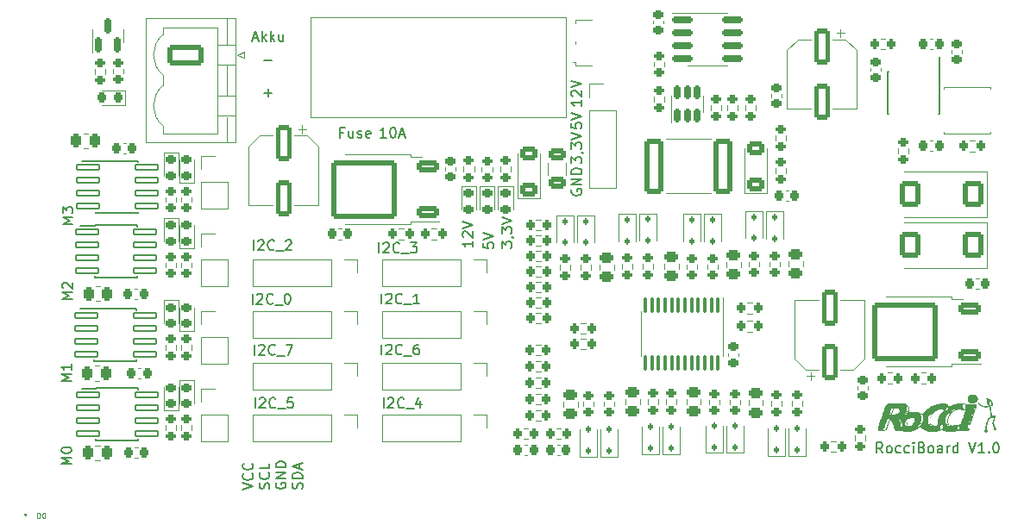
<source format=gbr>
%TF.GenerationSoftware,KiCad,Pcbnew,7.0.2*%
%TF.CreationDate,2023-07-18T21:54:39+02:00*%
%TF.ProjectId,RocciShield,526f6363-6953-4686-9965-6c642e6b6963,rev?*%
%TF.SameCoordinates,Original*%
%TF.FileFunction,Legend,Top*%
%TF.FilePolarity,Positive*%
%FSLAX46Y46*%
G04 Gerber Fmt 4.6, Leading zero omitted, Abs format (unit mm)*
G04 Created by KiCad (PCBNEW 7.0.2) date 2023-07-18 21:54:39*
%MOMM*%
%LPD*%
G01*
G04 APERTURE LIST*
G04 Aperture macros list*
%AMRoundRect*
0 Rectangle with rounded corners*
0 $1 Rounding radius*
0 $2 $3 $4 $5 $6 $7 $8 $9 X,Y pos of 4 corners*
0 Add a 4 corners polygon primitive as box body*
4,1,4,$2,$3,$4,$5,$6,$7,$8,$9,$2,$3,0*
0 Add four circle primitives for the rounded corners*
1,1,$1+$1,$2,$3*
1,1,$1+$1,$4,$5*
1,1,$1+$1,$6,$7*
1,1,$1+$1,$8,$9*
0 Add four rect primitives between the rounded corners*
20,1,$1+$1,$2,$3,$4,$5,0*
20,1,$1+$1,$4,$5,$6,$7,0*
20,1,$1+$1,$6,$7,$8,$9,0*
20,1,$1+$1,$8,$9,$2,$3,0*%
G04 Aperture macros list end*
%ADD10C,0.150000*%
%ADD11C,0.075000*%
%ADD12C,0.120000*%
%ADD13O,1.700000X1.700000*%
%ADD14R,1.700000X1.700000*%
%ADD15RoundRect,0.218750X0.256250X-0.218750X0.256250X0.218750X-0.256250X0.218750X-0.256250X-0.218750X0*%
%ADD16RoundRect,0.200000X0.275000X-0.200000X0.275000X0.200000X-0.275000X0.200000X-0.275000X-0.200000X0*%
%ADD17RoundRect,0.250000X0.850000X0.350000X-0.850000X0.350000X-0.850000X-0.350000X0.850000X-0.350000X0*%
%ADD18RoundRect,0.249997X2.950003X2.650003X-2.950003X2.650003X-2.950003X-2.650003X2.950003X-2.650003X0*%
%ADD19RoundRect,0.225000X-0.250000X0.225000X-0.250000X-0.225000X0.250000X-0.225000X0.250000X0.225000X0*%
%ADD20RoundRect,0.225000X-0.225000X-0.250000X0.225000X-0.250000X0.225000X0.250000X-0.225000X0.250000X0*%
%ADD21RoundRect,0.112500X-0.112500X0.187500X-0.112500X-0.187500X0.112500X-0.187500X0.112500X0.187500X0*%
%ADD22R,1.100000X3.700000*%
%ADD23RoundRect,0.250000X0.787500X1.025000X-0.787500X1.025000X-0.787500X-1.025000X0.787500X-1.025000X0*%
%ADD24RoundRect,0.100000X-0.100000X0.637500X-0.100000X-0.637500X0.100000X-0.637500X0.100000X0.637500X0*%
%ADD25RoundRect,0.200000X0.200000X0.275000X-0.200000X0.275000X-0.200000X-0.275000X0.200000X-0.275000X0*%
%ADD26RoundRect,0.150000X0.150000X-0.512500X0.150000X0.512500X-0.150000X0.512500X-0.150000X-0.512500X0*%
%ADD27RoundRect,0.112500X0.112500X-0.187500X0.112500X0.187500X-0.112500X0.187500X-0.112500X-0.187500X0*%
%ADD28RoundRect,0.200000X-0.275000X0.200000X-0.275000X-0.200000X0.275000X-0.200000X0.275000X0.200000X0*%
%ADD29RoundRect,0.250000X-0.550000X1.500000X-0.550000X-1.500000X0.550000X-1.500000X0.550000X1.500000X0*%
%ADD30RoundRect,0.218750X-0.256250X0.218750X-0.256250X-0.218750X0.256250X-0.218750X0.256250X0.218750X0*%
%ADD31RoundRect,0.200000X-0.200000X-0.275000X0.200000X-0.275000X0.200000X0.275000X-0.200000X0.275000X0*%
%ADD32RoundRect,0.250000X0.712500X2.475000X-0.712500X2.475000X-0.712500X-2.475000X0.712500X-2.475000X0*%
%ADD33RoundRect,0.250000X-0.262500X-0.450000X0.262500X-0.450000X0.262500X0.450000X-0.262500X0.450000X0*%
%ADD34RoundRect,0.243750X-0.456250X0.243750X-0.456250X-0.243750X0.456250X-0.243750X0.456250X0.243750X0*%
%ADD35RoundRect,0.218750X0.218750X0.256250X-0.218750X0.256250X-0.218750X-0.256250X0.218750X-0.256250X0*%
%ADD36RoundRect,0.250000X-1.550000X0.750000X-1.550000X-0.750000X1.550000X-0.750000X1.550000X0.750000X0*%
%ADD37O,3.600000X2.000000*%
%ADD38RoundRect,0.243750X0.456250X-0.243750X0.456250X0.243750X-0.456250X0.243750X-0.456250X-0.243750X0*%
%ADD39RoundRect,0.225000X0.250000X-0.225000X0.250000X0.225000X-0.250000X0.225000X-0.250000X-0.225000X0*%
%ADD40RoundRect,0.250000X0.600000X-0.400000X0.600000X0.400000X-0.600000X0.400000X-0.600000X-0.400000X0*%
%ADD41RoundRect,0.225000X0.225000X0.250000X-0.225000X0.250000X-0.225000X-0.250000X0.225000X-0.250000X0*%
%ADD42R,1.270000X1.400000*%
%ADD43R,4.720000X4.800000*%
%ADD44C,0.770000*%
%ADD45RoundRect,0.070000X-1.100000X-0.250000X1.100000X-0.250000X1.100000X0.250000X-1.100000X0.250000X0*%
%ADD46R,2.400000X3.100000*%
%ADD47RoundRect,0.150000X-0.825000X-0.150000X0.825000X-0.150000X0.825000X0.150000X-0.825000X0.150000X0*%
%ADD48RoundRect,0.250000X0.625000X-0.375000X0.625000X0.375000X-0.625000X0.375000X-0.625000X-0.375000X0*%
%ADD49RoundRect,0.250000X0.550000X-1.500000X0.550000X1.500000X-0.550000X1.500000X-0.550000X-1.500000X0*%
%ADD50RoundRect,0.150000X0.150000X-0.587500X0.150000X0.587500X-0.150000X0.587500X-0.150000X-0.587500X0*%
%ADD51R,6.000000X6.000000*%
%ADD52C,3.200000*%
%ADD53O,1.727200X1.727200*%
%ADD54R,1.727200X1.727200*%
%ADD55R,3.100000X2.600000*%
%ADD56R,0.600000X1.550000*%
G04 APERTURE END LIST*
D10*
X121219019Y-103429304D02*
X120219019Y-103429304D01*
X120219019Y-103429304D02*
X120933304Y-103095971D01*
X120933304Y-103095971D02*
X120219019Y-102762638D01*
X120219019Y-102762638D02*
X121219019Y-102762638D01*
X120219019Y-102381685D02*
X120219019Y-101762638D01*
X120219019Y-101762638D02*
X120599971Y-102095971D01*
X120599971Y-102095971D02*
X120599971Y-101953114D01*
X120599971Y-101953114D02*
X120647590Y-101857876D01*
X120647590Y-101857876D02*
X120695209Y-101810257D01*
X120695209Y-101810257D02*
X120790447Y-101762638D01*
X120790447Y-101762638D02*
X121028542Y-101762638D01*
X121028542Y-101762638D02*
X121123780Y-101810257D01*
X121123780Y-101810257D02*
X121171400Y-101857876D01*
X121171400Y-101857876D02*
X121219019Y-101953114D01*
X121219019Y-101953114D02*
X121219019Y-102238828D01*
X121219019Y-102238828D02*
X121171400Y-102334066D01*
X121171400Y-102334066D02*
X121123780Y-102381685D01*
X151520495Y-116270419D02*
X151520495Y-115270419D01*
X151949066Y-115365657D02*
X151996685Y-115318038D01*
X151996685Y-115318038D02*
X152091923Y-115270419D01*
X152091923Y-115270419D02*
X152330018Y-115270419D01*
X152330018Y-115270419D02*
X152425256Y-115318038D01*
X152425256Y-115318038D02*
X152472875Y-115365657D01*
X152472875Y-115365657D02*
X152520494Y-115460895D01*
X152520494Y-115460895D02*
X152520494Y-115556133D01*
X152520494Y-115556133D02*
X152472875Y-115698990D01*
X152472875Y-115698990D02*
X151901447Y-116270419D01*
X151901447Y-116270419D02*
X152520494Y-116270419D01*
X153520494Y-116175180D02*
X153472875Y-116222800D01*
X153472875Y-116222800D02*
X153330018Y-116270419D01*
X153330018Y-116270419D02*
X153234780Y-116270419D01*
X153234780Y-116270419D02*
X153091923Y-116222800D01*
X153091923Y-116222800D02*
X152996685Y-116127561D01*
X152996685Y-116127561D02*
X152949066Y-116032323D01*
X152949066Y-116032323D02*
X152901447Y-115841847D01*
X152901447Y-115841847D02*
X152901447Y-115698990D01*
X152901447Y-115698990D02*
X152949066Y-115508514D01*
X152949066Y-115508514D02*
X152996685Y-115413276D01*
X152996685Y-115413276D02*
X153091923Y-115318038D01*
X153091923Y-115318038D02*
X153234780Y-115270419D01*
X153234780Y-115270419D02*
X153330018Y-115270419D01*
X153330018Y-115270419D02*
X153472875Y-115318038D01*
X153472875Y-115318038D02*
X153520494Y-115365657D01*
X153710971Y-116365657D02*
X154472875Y-116365657D01*
X155139542Y-115270419D02*
X154949066Y-115270419D01*
X154949066Y-115270419D02*
X154853828Y-115318038D01*
X154853828Y-115318038D02*
X154806209Y-115365657D01*
X154806209Y-115365657D02*
X154710971Y-115508514D01*
X154710971Y-115508514D02*
X154663352Y-115698990D01*
X154663352Y-115698990D02*
X154663352Y-116079942D01*
X154663352Y-116079942D02*
X154710971Y-116175180D01*
X154710971Y-116175180D02*
X154758590Y-116222800D01*
X154758590Y-116222800D02*
X154853828Y-116270419D01*
X154853828Y-116270419D02*
X155044304Y-116270419D01*
X155044304Y-116270419D02*
X155139542Y-116222800D01*
X155139542Y-116222800D02*
X155187161Y-116175180D01*
X155187161Y-116175180D02*
X155234780Y-116079942D01*
X155234780Y-116079942D02*
X155234780Y-115841847D01*
X155234780Y-115841847D02*
X155187161Y-115746609D01*
X155187161Y-115746609D02*
X155139542Y-115698990D01*
X155139542Y-115698990D02*
X155044304Y-115651371D01*
X155044304Y-115651371D02*
X154853828Y-115651371D01*
X154853828Y-115651371D02*
X154758590Y-115698990D01*
X154758590Y-115698990D02*
X154710971Y-115746609D01*
X154710971Y-115746609D02*
X154663352Y-115841847D01*
X170155619Y-93509714D02*
X170155619Y-93985904D01*
X170155619Y-93985904D02*
X170631809Y-94033523D01*
X170631809Y-94033523D02*
X170584190Y-93985904D01*
X170584190Y-93985904D02*
X170536571Y-93890666D01*
X170536571Y-93890666D02*
X170536571Y-93652571D01*
X170536571Y-93652571D02*
X170584190Y-93557333D01*
X170584190Y-93557333D02*
X170631809Y-93509714D01*
X170631809Y-93509714D02*
X170727047Y-93462095D01*
X170727047Y-93462095D02*
X170965142Y-93462095D01*
X170965142Y-93462095D02*
X171060380Y-93509714D01*
X171060380Y-93509714D02*
X171108000Y-93557333D01*
X171108000Y-93557333D02*
X171155619Y-93652571D01*
X171155619Y-93652571D02*
X171155619Y-93890666D01*
X171155619Y-93890666D02*
X171108000Y-93985904D01*
X171108000Y-93985904D02*
X171060380Y-94033523D01*
X170155619Y-93176380D02*
X171155619Y-92843047D01*
X171155619Y-92843047D02*
X170155619Y-92509714D01*
X171155619Y-91262095D02*
X171155619Y-91833523D01*
X171155619Y-91547809D02*
X170155619Y-91547809D01*
X170155619Y-91547809D02*
X170298476Y-91643047D01*
X170298476Y-91643047D02*
X170393714Y-91738285D01*
X170393714Y-91738285D02*
X170441333Y-91833523D01*
X170250857Y-90881142D02*
X170203238Y-90833523D01*
X170203238Y-90833523D02*
X170155619Y-90738285D01*
X170155619Y-90738285D02*
X170155619Y-90500190D01*
X170155619Y-90500190D02*
X170203238Y-90404952D01*
X170203238Y-90404952D02*
X170250857Y-90357333D01*
X170250857Y-90357333D02*
X170346095Y-90309714D01*
X170346095Y-90309714D02*
X170441333Y-90309714D01*
X170441333Y-90309714D02*
X170584190Y-90357333D01*
X170584190Y-90357333D02*
X171155619Y-90928761D01*
X171155619Y-90928761D02*
X171155619Y-90309714D01*
X170155619Y-90023999D02*
X171155619Y-89690666D01*
X171155619Y-89690666D02*
X170155619Y-89357333D01*
X151520495Y-111266619D02*
X151520495Y-110266619D01*
X151949066Y-110361857D02*
X151996685Y-110314238D01*
X151996685Y-110314238D02*
X152091923Y-110266619D01*
X152091923Y-110266619D02*
X152330018Y-110266619D01*
X152330018Y-110266619D02*
X152425256Y-110314238D01*
X152425256Y-110314238D02*
X152472875Y-110361857D01*
X152472875Y-110361857D02*
X152520494Y-110457095D01*
X152520494Y-110457095D02*
X152520494Y-110552333D01*
X152520494Y-110552333D02*
X152472875Y-110695190D01*
X152472875Y-110695190D02*
X151901447Y-111266619D01*
X151901447Y-111266619D02*
X152520494Y-111266619D01*
X153520494Y-111171380D02*
X153472875Y-111219000D01*
X153472875Y-111219000D02*
X153330018Y-111266619D01*
X153330018Y-111266619D02*
X153234780Y-111266619D01*
X153234780Y-111266619D02*
X153091923Y-111219000D01*
X153091923Y-111219000D02*
X152996685Y-111123761D01*
X152996685Y-111123761D02*
X152949066Y-111028523D01*
X152949066Y-111028523D02*
X152901447Y-110838047D01*
X152901447Y-110838047D02*
X152901447Y-110695190D01*
X152901447Y-110695190D02*
X152949066Y-110504714D01*
X152949066Y-110504714D02*
X152996685Y-110409476D01*
X152996685Y-110409476D02*
X153091923Y-110314238D01*
X153091923Y-110314238D02*
X153234780Y-110266619D01*
X153234780Y-110266619D02*
X153330018Y-110266619D01*
X153330018Y-110266619D02*
X153472875Y-110314238D01*
X153472875Y-110314238D02*
X153520494Y-110361857D01*
X153710971Y-111361857D02*
X154472875Y-111361857D01*
X155234780Y-111266619D02*
X154663352Y-111266619D01*
X154949066Y-111266619D02*
X154949066Y-110266619D01*
X154949066Y-110266619D02*
X154853828Y-110409476D01*
X154853828Y-110409476D02*
X154758590Y-110504714D01*
X154758590Y-110504714D02*
X154663352Y-110552333D01*
X139049095Y-116295819D02*
X139049095Y-115295819D01*
X139477666Y-115391057D02*
X139525285Y-115343438D01*
X139525285Y-115343438D02*
X139620523Y-115295819D01*
X139620523Y-115295819D02*
X139858618Y-115295819D01*
X139858618Y-115295819D02*
X139953856Y-115343438D01*
X139953856Y-115343438D02*
X140001475Y-115391057D01*
X140001475Y-115391057D02*
X140049094Y-115486295D01*
X140049094Y-115486295D02*
X140049094Y-115581533D01*
X140049094Y-115581533D02*
X140001475Y-115724390D01*
X140001475Y-115724390D02*
X139430047Y-116295819D01*
X139430047Y-116295819D02*
X140049094Y-116295819D01*
X141049094Y-116200580D02*
X141001475Y-116248200D01*
X141001475Y-116248200D02*
X140858618Y-116295819D01*
X140858618Y-116295819D02*
X140763380Y-116295819D01*
X140763380Y-116295819D02*
X140620523Y-116248200D01*
X140620523Y-116248200D02*
X140525285Y-116152961D01*
X140525285Y-116152961D02*
X140477666Y-116057723D01*
X140477666Y-116057723D02*
X140430047Y-115867247D01*
X140430047Y-115867247D02*
X140430047Y-115724390D01*
X140430047Y-115724390D02*
X140477666Y-115533914D01*
X140477666Y-115533914D02*
X140525285Y-115438676D01*
X140525285Y-115438676D02*
X140620523Y-115343438D01*
X140620523Y-115343438D02*
X140763380Y-115295819D01*
X140763380Y-115295819D02*
X140858618Y-115295819D01*
X140858618Y-115295819D02*
X141001475Y-115343438D01*
X141001475Y-115343438D02*
X141049094Y-115391057D01*
X141239571Y-116391057D02*
X142001475Y-116391057D01*
X142144333Y-115295819D02*
X142810999Y-115295819D01*
X142810999Y-115295819D02*
X142382428Y-116295819D01*
X151968104Y-94959819D02*
X151396676Y-94959819D01*
X151682390Y-94959819D02*
X151682390Y-93959819D01*
X151682390Y-93959819D02*
X151587152Y-94102676D01*
X151587152Y-94102676D02*
X151491914Y-94197914D01*
X151491914Y-94197914D02*
X151396676Y-94245533D01*
X152587152Y-93959819D02*
X152682390Y-93959819D01*
X152682390Y-93959819D02*
X152777628Y-94007438D01*
X152777628Y-94007438D02*
X152825247Y-94055057D01*
X152825247Y-94055057D02*
X152872866Y-94150295D01*
X152872866Y-94150295D02*
X152920485Y-94340771D01*
X152920485Y-94340771D02*
X152920485Y-94578866D01*
X152920485Y-94578866D02*
X152872866Y-94769342D01*
X152872866Y-94769342D02*
X152825247Y-94864580D01*
X152825247Y-94864580D02*
X152777628Y-94912200D01*
X152777628Y-94912200D02*
X152682390Y-94959819D01*
X152682390Y-94959819D02*
X152587152Y-94959819D01*
X152587152Y-94959819D02*
X152491914Y-94912200D01*
X152491914Y-94912200D02*
X152444295Y-94864580D01*
X152444295Y-94864580D02*
X152396676Y-94769342D01*
X152396676Y-94769342D02*
X152349057Y-94578866D01*
X152349057Y-94578866D02*
X152349057Y-94340771D01*
X152349057Y-94340771D02*
X152396676Y-94150295D01*
X152396676Y-94150295D02*
X152444295Y-94055057D01*
X152444295Y-94055057D02*
X152491914Y-94007438D01*
X152491914Y-94007438D02*
X152587152Y-93959819D01*
X153301438Y-94674104D02*
X153777628Y-94674104D01*
X153206200Y-94959819D02*
X153539533Y-93959819D01*
X153539533Y-93959819D02*
X153872866Y-94959819D01*
X138925276Y-85174504D02*
X139401466Y-85174504D01*
X138830038Y-85460219D02*
X139163371Y-84460219D01*
X139163371Y-84460219D02*
X139496704Y-85460219D01*
X139830038Y-85460219D02*
X139830038Y-84460219D01*
X139925276Y-85079266D02*
X140210990Y-85460219D01*
X140210990Y-84793552D02*
X139830038Y-85174504D01*
X140639562Y-85460219D02*
X140639562Y-84460219D01*
X140734800Y-85079266D02*
X141020514Y-85460219D01*
X141020514Y-84793552D02*
X140639562Y-85174504D01*
X141877657Y-84793552D02*
X141877657Y-85460219D01*
X141449086Y-84793552D02*
X141449086Y-85317361D01*
X141449086Y-85317361D02*
X141496705Y-85412600D01*
X141496705Y-85412600D02*
X141591943Y-85460219D01*
X141591943Y-85460219D02*
X141734800Y-85460219D01*
X141734800Y-85460219D02*
X141830038Y-85412600D01*
X141830038Y-85412600D02*
X141877657Y-85364980D01*
X160456419Y-105115295D02*
X160456419Y-105686723D01*
X160456419Y-105401009D02*
X159456419Y-105401009D01*
X159456419Y-105401009D02*
X159599276Y-105496247D01*
X159599276Y-105496247D02*
X159694514Y-105591485D01*
X159694514Y-105591485D02*
X159742133Y-105686723D01*
X159551657Y-104734342D02*
X159504038Y-104686723D01*
X159504038Y-104686723D02*
X159456419Y-104591485D01*
X159456419Y-104591485D02*
X159456419Y-104353390D01*
X159456419Y-104353390D02*
X159504038Y-104258152D01*
X159504038Y-104258152D02*
X159551657Y-104210533D01*
X159551657Y-104210533D02*
X159646895Y-104162914D01*
X159646895Y-104162914D02*
X159742133Y-104162914D01*
X159742133Y-104162914D02*
X159884990Y-104210533D01*
X159884990Y-104210533D02*
X160456419Y-104781961D01*
X160456419Y-104781961D02*
X160456419Y-104162914D01*
X159456419Y-103877199D02*
X160456419Y-103543866D01*
X160456419Y-103543866D02*
X159456419Y-103210533D01*
X161513819Y-105289914D02*
X161513819Y-105766104D01*
X161513819Y-105766104D02*
X161990009Y-105813723D01*
X161990009Y-105813723D02*
X161942390Y-105766104D01*
X161942390Y-105766104D02*
X161894771Y-105670866D01*
X161894771Y-105670866D02*
X161894771Y-105432771D01*
X161894771Y-105432771D02*
X161942390Y-105337533D01*
X161942390Y-105337533D02*
X161990009Y-105289914D01*
X161990009Y-105289914D02*
X162085247Y-105242295D01*
X162085247Y-105242295D02*
X162323342Y-105242295D01*
X162323342Y-105242295D02*
X162418580Y-105289914D01*
X162418580Y-105289914D02*
X162466200Y-105337533D01*
X162466200Y-105337533D02*
X162513819Y-105432771D01*
X162513819Y-105432771D02*
X162513819Y-105670866D01*
X162513819Y-105670866D02*
X162466200Y-105766104D01*
X162466200Y-105766104D02*
X162418580Y-105813723D01*
X161513819Y-104956580D02*
X162513819Y-104623247D01*
X162513819Y-104623247D02*
X161513819Y-104289914D01*
X121162619Y-110846104D02*
X120162619Y-110846104D01*
X120162619Y-110846104D02*
X120876904Y-110512771D01*
X120876904Y-110512771D02*
X120162619Y-110179438D01*
X120162619Y-110179438D02*
X121162619Y-110179438D01*
X120257857Y-109750866D02*
X120210238Y-109703247D01*
X120210238Y-109703247D02*
X120162619Y-109608009D01*
X120162619Y-109608009D02*
X120162619Y-109369914D01*
X120162619Y-109369914D02*
X120210238Y-109274676D01*
X120210238Y-109274676D02*
X120257857Y-109227057D01*
X120257857Y-109227057D02*
X120353095Y-109179438D01*
X120353095Y-109179438D02*
X120448333Y-109179438D01*
X120448333Y-109179438D02*
X120591190Y-109227057D01*
X120591190Y-109227057D02*
X121162619Y-109798485D01*
X121162619Y-109798485D02*
X121162619Y-109179438D01*
X200687523Y-125901619D02*
X200354190Y-125425428D01*
X200116095Y-125901619D02*
X200116095Y-124901619D01*
X200116095Y-124901619D02*
X200497047Y-124901619D01*
X200497047Y-124901619D02*
X200592285Y-124949238D01*
X200592285Y-124949238D02*
X200639904Y-124996857D01*
X200639904Y-124996857D02*
X200687523Y-125092095D01*
X200687523Y-125092095D02*
X200687523Y-125234952D01*
X200687523Y-125234952D02*
X200639904Y-125330190D01*
X200639904Y-125330190D02*
X200592285Y-125377809D01*
X200592285Y-125377809D02*
X200497047Y-125425428D01*
X200497047Y-125425428D02*
X200116095Y-125425428D01*
X201258952Y-125901619D02*
X201163714Y-125854000D01*
X201163714Y-125854000D02*
X201116095Y-125806380D01*
X201116095Y-125806380D02*
X201068476Y-125711142D01*
X201068476Y-125711142D02*
X201068476Y-125425428D01*
X201068476Y-125425428D02*
X201116095Y-125330190D01*
X201116095Y-125330190D02*
X201163714Y-125282571D01*
X201163714Y-125282571D02*
X201258952Y-125234952D01*
X201258952Y-125234952D02*
X201401809Y-125234952D01*
X201401809Y-125234952D02*
X201497047Y-125282571D01*
X201497047Y-125282571D02*
X201544666Y-125330190D01*
X201544666Y-125330190D02*
X201592285Y-125425428D01*
X201592285Y-125425428D02*
X201592285Y-125711142D01*
X201592285Y-125711142D02*
X201544666Y-125806380D01*
X201544666Y-125806380D02*
X201497047Y-125854000D01*
X201497047Y-125854000D02*
X201401809Y-125901619D01*
X201401809Y-125901619D02*
X201258952Y-125901619D01*
X202449428Y-125854000D02*
X202354190Y-125901619D01*
X202354190Y-125901619D02*
X202163714Y-125901619D01*
X202163714Y-125901619D02*
X202068476Y-125854000D01*
X202068476Y-125854000D02*
X202020857Y-125806380D01*
X202020857Y-125806380D02*
X201973238Y-125711142D01*
X201973238Y-125711142D02*
X201973238Y-125425428D01*
X201973238Y-125425428D02*
X202020857Y-125330190D01*
X202020857Y-125330190D02*
X202068476Y-125282571D01*
X202068476Y-125282571D02*
X202163714Y-125234952D01*
X202163714Y-125234952D02*
X202354190Y-125234952D01*
X202354190Y-125234952D02*
X202449428Y-125282571D01*
X203306571Y-125854000D02*
X203211333Y-125901619D01*
X203211333Y-125901619D02*
X203020857Y-125901619D01*
X203020857Y-125901619D02*
X202925619Y-125854000D01*
X202925619Y-125854000D02*
X202878000Y-125806380D01*
X202878000Y-125806380D02*
X202830381Y-125711142D01*
X202830381Y-125711142D02*
X202830381Y-125425428D01*
X202830381Y-125425428D02*
X202878000Y-125330190D01*
X202878000Y-125330190D02*
X202925619Y-125282571D01*
X202925619Y-125282571D02*
X203020857Y-125234952D01*
X203020857Y-125234952D02*
X203211333Y-125234952D01*
X203211333Y-125234952D02*
X203306571Y-125282571D01*
X203735143Y-125901619D02*
X203735143Y-125234952D01*
X203735143Y-124901619D02*
X203687524Y-124949238D01*
X203687524Y-124949238D02*
X203735143Y-124996857D01*
X203735143Y-124996857D02*
X203782762Y-124949238D01*
X203782762Y-124949238D02*
X203735143Y-124901619D01*
X203735143Y-124901619D02*
X203735143Y-124996857D01*
X204544666Y-125377809D02*
X204687523Y-125425428D01*
X204687523Y-125425428D02*
X204735142Y-125473047D01*
X204735142Y-125473047D02*
X204782761Y-125568285D01*
X204782761Y-125568285D02*
X204782761Y-125711142D01*
X204782761Y-125711142D02*
X204735142Y-125806380D01*
X204735142Y-125806380D02*
X204687523Y-125854000D01*
X204687523Y-125854000D02*
X204592285Y-125901619D01*
X204592285Y-125901619D02*
X204211333Y-125901619D01*
X204211333Y-125901619D02*
X204211333Y-124901619D01*
X204211333Y-124901619D02*
X204544666Y-124901619D01*
X204544666Y-124901619D02*
X204639904Y-124949238D01*
X204639904Y-124949238D02*
X204687523Y-124996857D01*
X204687523Y-124996857D02*
X204735142Y-125092095D01*
X204735142Y-125092095D02*
X204735142Y-125187333D01*
X204735142Y-125187333D02*
X204687523Y-125282571D01*
X204687523Y-125282571D02*
X204639904Y-125330190D01*
X204639904Y-125330190D02*
X204544666Y-125377809D01*
X204544666Y-125377809D02*
X204211333Y-125377809D01*
X205354190Y-125901619D02*
X205258952Y-125854000D01*
X205258952Y-125854000D02*
X205211333Y-125806380D01*
X205211333Y-125806380D02*
X205163714Y-125711142D01*
X205163714Y-125711142D02*
X205163714Y-125425428D01*
X205163714Y-125425428D02*
X205211333Y-125330190D01*
X205211333Y-125330190D02*
X205258952Y-125282571D01*
X205258952Y-125282571D02*
X205354190Y-125234952D01*
X205354190Y-125234952D02*
X205497047Y-125234952D01*
X205497047Y-125234952D02*
X205592285Y-125282571D01*
X205592285Y-125282571D02*
X205639904Y-125330190D01*
X205639904Y-125330190D02*
X205687523Y-125425428D01*
X205687523Y-125425428D02*
X205687523Y-125711142D01*
X205687523Y-125711142D02*
X205639904Y-125806380D01*
X205639904Y-125806380D02*
X205592285Y-125854000D01*
X205592285Y-125854000D02*
X205497047Y-125901619D01*
X205497047Y-125901619D02*
X205354190Y-125901619D01*
X206544666Y-125901619D02*
X206544666Y-125377809D01*
X206544666Y-125377809D02*
X206497047Y-125282571D01*
X206497047Y-125282571D02*
X206401809Y-125234952D01*
X206401809Y-125234952D02*
X206211333Y-125234952D01*
X206211333Y-125234952D02*
X206116095Y-125282571D01*
X206544666Y-125854000D02*
X206449428Y-125901619D01*
X206449428Y-125901619D02*
X206211333Y-125901619D01*
X206211333Y-125901619D02*
X206116095Y-125854000D01*
X206116095Y-125854000D02*
X206068476Y-125758761D01*
X206068476Y-125758761D02*
X206068476Y-125663523D01*
X206068476Y-125663523D02*
X206116095Y-125568285D01*
X206116095Y-125568285D02*
X206211333Y-125520666D01*
X206211333Y-125520666D02*
X206449428Y-125520666D01*
X206449428Y-125520666D02*
X206544666Y-125473047D01*
X207020857Y-125901619D02*
X207020857Y-125234952D01*
X207020857Y-125425428D02*
X207068476Y-125330190D01*
X207068476Y-125330190D02*
X207116095Y-125282571D01*
X207116095Y-125282571D02*
X207211333Y-125234952D01*
X207211333Y-125234952D02*
X207306571Y-125234952D01*
X208068476Y-125901619D02*
X208068476Y-124901619D01*
X208068476Y-125854000D02*
X207973238Y-125901619D01*
X207973238Y-125901619D02*
X207782762Y-125901619D01*
X207782762Y-125901619D02*
X207687524Y-125854000D01*
X207687524Y-125854000D02*
X207639905Y-125806380D01*
X207639905Y-125806380D02*
X207592286Y-125711142D01*
X207592286Y-125711142D02*
X207592286Y-125425428D01*
X207592286Y-125425428D02*
X207639905Y-125330190D01*
X207639905Y-125330190D02*
X207687524Y-125282571D01*
X207687524Y-125282571D02*
X207782762Y-125234952D01*
X207782762Y-125234952D02*
X207973238Y-125234952D01*
X207973238Y-125234952D02*
X208068476Y-125282571D01*
X209163715Y-124901619D02*
X209497048Y-125901619D01*
X209497048Y-125901619D02*
X209830381Y-124901619D01*
X210687524Y-125901619D02*
X210116096Y-125901619D01*
X210401810Y-125901619D02*
X210401810Y-124901619D01*
X210401810Y-124901619D02*
X210306572Y-125044476D01*
X210306572Y-125044476D02*
X210211334Y-125139714D01*
X210211334Y-125139714D02*
X210116096Y-125187333D01*
X211116096Y-125806380D02*
X211163715Y-125854000D01*
X211163715Y-125854000D02*
X211116096Y-125901619D01*
X211116096Y-125901619D02*
X211068477Y-125854000D01*
X211068477Y-125854000D02*
X211116096Y-125806380D01*
X211116096Y-125806380D02*
X211116096Y-125901619D01*
X211782762Y-124901619D02*
X211878000Y-124901619D01*
X211878000Y-124901619D02*
X211973238Y-124949238D01*
X211973238Y-124949238D02*
X212020857Y-124996857D01*
X212020857Y-124996857D02*
X212068476Y-125092095D01*
X212068476Y-125092095D02*
X212116095Y-125282571D01*
X212116095Y-125282571D02*
X212116095Y-125520666D01*
X212116095Y-125520666D02*
X212068476Y-125711142D01*
X212068476Y-125711142D02*
X212020857Y-125806380D01*
X212020857Y-125806380D02*
X211973238Y-125854000D01*
X211973238Y-125854000D02*
X211878000Y-125901619D01*
X211878000Y-125901619D02*
X211782762Y-125901619D01*
X211782762Y-125901619D02*
X211687524Y-125854000D01*
X211687524Y-125854000D02*
X211639905Y-125806380D01*
X211639905Y-125806380D02*
X211592286Y-125711142D01*
X211592286Y-125711142D02*
X211544667Y-125520666D01*
X211544667Y-125520666D02*
X211544667Y-125282571D01*
X211544667Y-125282571D02*
X211592286Y-125092095D01*
X211592286Y-125092095D02*
X211639905Y-124996857D01*
X211639905Y-124996857D02*
X211687524Y-124949238D01*
X211687524Y-124949238D02*
X211782762Y-124901619D01*
X147777628Y-94436009D02*
X147444295Y-94436009D01*
X147444295Y-94959819D02*
X147444295Y-93959819D01*
X147444295Y-93959819D02*
X147920485Y-93959819D01*
X148730009Y-94293152D02*
X148730009Y-94959819D01*
X148301438Y-94293152D02*
X148301438Y-94816961D01*
X148301438Y-94816961D02*
X148349057Y-94912200D01*
X148349057Y-94912200D02*
X148444295Y-94959819D01*
X148444295Y-94959819D02*
X148587152Y-94959819D01*
X148587152Y-94959819D02*
X148682390Y-94912200D01*
X148682390Y-94912200D02*
X148730009Y-94864580D01*
X149158581Y-94912200D02*
X149253819Y-94959819D01*
X149253819Y-94959819D02*
X149444295Y-94959819D01*
X149444295Y-94959819D02*
X149539533Y-94912200D01*
X149539533Y-94912200D02*
X149587152Y-94816961D01*
X149587152Y-94816961D02*
X149587152Y-94769342D01*
X149587152Y-94769342D02*
X149539533Y-94674104D01*
X149539533Y-94674104D02*
X149444295Y-94626485D01*
X149444295Y-94626485D02*
X149301438Y-94626485D01*
X149301438Y-94626485D02*
X149206200Y-94578866D01*
X149206200Y-94578866D02*
X149158581Y-94483628D01*
X149158581Y-94483628D02*
X149158581Y-94436009D01*
X149158581Y-94436009D02*
X149206200Y-94340771D01*
X149206200Y-94340771D02*
X149301438Y-94293152D01*
X149301438Y-94293152D02*
X149444295Y-94293152D01*
X149444295Y-94293152D02*
X149539533Y-94340771D01*
X150396676Y-94912200D02*
X150301438Y-94959819D01*
X150301438Y-94959819D02*
X150110962Y-94959819D01*
X150110962Y-94959819D02*
X150015724Y-94912200D01*
X150015724Y-94912200D02*
X149968105Y-94816961D01*
X149968105Y-94816961D02*
X149968105Y-94436009D01*
X149968105Y-94436009D02*
X150015724Y-94340771D01*
X150015724Y-94340771D02*
X150110962Y-94293152D01*
X150110962Y-94293152D02*
X150301438Y-94293152D01*
X150301438Y-94293152D02*
X150396676Y-94340771D01*
X150396676Y-94340771D02*
X150444295Y-94436009D01*
X150444295Y-94436009D02*
X150444295Y-94531247D01*
X150444295Y-94531247D02*
X149968105Y-94626485D01*
X138845895Y-111292019D02*
X138845895Y-110292019D01*
X139274466Y-110387257D02*
X139322085Y-110339638D01*
X139322085Y-110339638D02*
X139417323Y-110292019D01*
X139417323Y-110292019D02*
X139655418Y-110292019D01*
X139655418Y-110292019D02*
X139750656Y-110339638D01*
X139750656Y-110339638D02*
X139798275Y-110387257D01*
X139798275Y-110387257D02*
X139845894Y-110482495D01*
X139845894Y-110482495D02*
X139845894Y-110577733D01*
X139845894Y-110577733D02*
X139798275Y-110720590D01*
X139798275Y-110720590D02*
X139226847Y-111292019D01*
X139226847Y-111292019D02*
X139845894Y-111292019D01*
X140845894Y-111196780D02*
X140798275Y-111244400D01*
X140798275Y-111244400D02*
X140655418Y-111292019D01*
X140655418Y-111292019D02*
X140560180Y-111292019D01*
X140560180Y-111292019D02*
X140417323Y-111244400D01*
X140417323Y-111244400D02*
X140322085Y-111149161D01*
X140322085Y-111149161D02*
X140274466Y-111053923D01*
X140274466Y-111053923D02*
X140226847Y-110863447D01*
X140226847Y-110863447D02*
X140226847Y-110720590D01*
X140226847Y-110720590D02*
X140274466Y-110530114D01*
X140274466Y-110530114D02*
X140322085Y-110434876D01*
X140322085Y-110434876D02*
X140417323Y-110339638D01*
X140417323Y-110339638D02*
X140560180Y-110292019D01*
X140560180Y-110292019D02*
X140655418Y-110292019D01*
X140655418Y-110292019D02*
X140798275Y-110339638D01*
X140798275Y-110339638D02*
X140845894Y-110387257D01*
X141036371Y-111387257D02*
X141798275Y-111387257D01*
X142226847Y-110292019D02*
X142322085Y-110292019D01*
X142322085Y-110292019D02*
X142417323Y-110339638D01*
X142417323Y-110339638D02*
X142464942Y-110387257D01*
X142464942Y-110387257D02*
X142512561Y-110482495D01*
X142512561Y-110482495D02*
X142560180Y-110672971D01*
X142560180Y-110672971D02*
X142560180Y-110911066D01*
X142560180Y-110911066D02*
X142512561Y-111101542D01*
X142512561Y-111101542D02*
X142464942Y-111196780D01*
X142464942Y-111196780D02*
X142417323Y-111244400D01*
X142417323Y-111244400D02*
X142322085Y-111292019D01*
X142322085Y-111292019D02*
X142226847Y-111292019D01*
X142226847Y-111292019D02*
X142131609Y-111244400D01*
X142131609Y-111244400D02*
X142083990Y-111196780D01*
X142083990Y-111196780D02*
X142036371Y-111101542D01*
X142036371Y-111101542D02*
X141988752Y-110911066D01*
X141988752Y-110911066D02*
X141988752Y-110672971D01*
X141988752Y-110672971D02*
X142036371Y-110482495D01*
X142036371Y-110482495D02*
X142083990Y-110387257D01*
X142083990Y-110387257D02*
X142131609Y-110339638D01*
X142131609Y-110339638D02*
X142226847Y-110292019D01*
X139988895Y-87325666D02*
X140750800Y-87325666D01*
X139988895Y-90565666D02*
X140750800Y-90565666D01*
X140369847Y-90946619D02*
X140369847Y-90184714D01*
X121086419Y-118872504D02*
X120086419Y-118872504D01*
X120086419Y-118872504D02*
X120800704Y-118539171D01*
X120800704Y-118539171D02*
X120086419Y-118205838D01*
X120086419Y-118205838D02*
X121086419Y-118205838D01*
X121086419Y-117205838D02*
X121086419Y-117777266D01*
X121086419Y-117491552D02*
X120086419Y-117491552D01*
X120086419Y-117491552D02*
X120229276Y-117586790D01*
X120229276Y-117586790D02*
X120324514Y-117682028D01*
X120324514Y-117682028D02*
X120372133Y-117777266D01*
X151266495Y-106262819D02*
X151266495Y-105262819D01*
X151695066Y-105358057D02*
X151742685Y-105310438D01*
X151742685Y-105310438D02*
X151837923Y-105262819D01*
X151837923Y-105262819D02*
X152076018Y-105262819D01*
X152076018Y-105262819D02*
X152171256Y-105310438D01*
X152171256Y-105310438D02*
X152218875Y-105358057D01*
X152218875Y-105358057D02*
X152266494Y-105453295D01*
X152266494Y-105453295D02*
X152266494Y-105548533D01*
X152266494Y-105548533D02*
X152218875Y-105691390D01*
X152218875Y-105691390D02*
X151647447Y-106262819D01*
X151647447Y-106262819D02*
X152266494Y-106262819D01*
X153266494Y-106167580D02*
X153218875Y-106215200D01*
X153218875Y-106215200D02*
X153076018Y-106262819D01*
X153076018Y-106262819D02*
X152980780Y-106262819D01*
X152980780Y-106262819D02*
X152837923Y-106215200D01*
X152837923Y-106215200D02*
X152742685Y-106119961D01*
X152742685Y-106119961D02*
X152695066Y-106024723D01*
X152695066Y-106024723D02*
X152647447Y-105834247D01*
X152647447Y-105834247D02*
X152647447Y-105691390D01*
X152647447Y-105691390D02*
X152695066Y-105500914D01*
X152695066Y-105500914D02*
X152742685Y-105405676D01*
X152742685Y-105405676D02*
X152837923Y-105310438D01*
X152837923Y-105310438D02*
X152980780Y-105262819D01*
X152980780Y-105262819D02*
X153076018Y-105262819D01*
X153076018Y-105262819D02*
X153218875Y-105310438D01*
X153218875Y-105310438D02*
X153266494Y-105358057D01*
X153456971Y-106358057D02*
X154218875Y-106358057D01*
X154361733Y-105262819D02*
X154980780Y-105262819D01*
X154980780Y-105262819D02*
X154647447Y-105643771D01*
X154647447Y-105643771D02*
X154790304Y-105643771D01*
X154790304Y-105643771D02*
X154885542Y-105691390D01*
X154885542Y-105691390D02*
X154933161Y-105739009D01*
X154933161Y-105739009D02*
X154980780Y-105834247D01*
X154980780Y-105834247D02*
X154980780Y-106072342D01*
X154980780Y-106072342D02*
X154933161Y-106167580D01*
X154933161Y-106167580D02*
X154885542Y-106215200D01*
X154885542Y-106215200D02*
X154790304Y-106262819D01*
X154790304Y-106262819D02*
X154504590Y-106262819D01*
X154504590Y-106262819D02*
X154409352Y-106215200D01*
X154409352Y-106215200D02*
X154361733Y-106167580D01*
X139116095Y-121501619D02*
X139116095Y-120501619D01*
X139544666Y-120596857D02*
X139592285Y-120549238D01*
X139592285Y-120549238D02*
X139687523Y-120501619D01*
X139687523Y-120501619D02*
X139925618Y-120501619D01*
X139925618Y-120501619D02*
X140020856Y-120549238D01*
X140020856Y-120549238D02*
X140068475Y-120596857D01*
X140068475Y-120596857D02*
X140116094Y-120692095D01*
X140116094Y-120692095D02*
X140116094Y-120787333D01*
X140116094Y-120787333D02*
X140068475Y-120930190D01*
X140068475Y-120930190D02*
X139497047Y-121501619D01*
X139497047Y-121501619D02*
X140116094Y-121501619D01*
X141116094Y-121406380D02*
X141068475Y-121454000D01*
X141068475Y-121454000D02*
X140925618Y-121501619D01*
X140925618Y-121501619D02*
X140830380Y-121501619D01*
X140830380Y-121501619D02*
X140687523Y-121454000D01*
X140687523Y-121454000D02*
X140592285Y-121358761D01*
X140592285Y-121358761D02*
X140544666Y-121263523D01*
X140544666Y-121263523D02*
X140497047Y-121073047D01*
X140497047Y-121073047D02*
X140497047Y-120930190D01*
X140497047Y-120930190D02*
X140544666Y-120739714D01*
X140544666Y-120739714D02*
X140592285Y-120644476D01*
X140592285Y-120644476D02*
X140687523Y-120549238D01*
X140687523Y-120549238D02*
X140830380Y-120501619D01*
X140830380Y-120501619D02*
X140925618Y-120501619D01*
X140925618Y-120501619D02*
X141068475Y-120549238D01*
X141068475Y-120549238D02*
X141116094Y-120596857D01*
X141306571Y-121596857D02*
X142068475Y-121596857D01*
X142782761Y-120501619D02*
X142306571Y-120501619D01*
X142306571Y-120501619D02*
X142258952Y-120977809D01*
X142258952Y-120977809D02*
X142306571Y-120930190D01*
X142306571Y-120930190D02*
X142401809Y-120882571D01*
X142401809Y-120882571D02*
X142639904Y-120882571D01*
X142639904Y-120882571D02*
X142735142Y-120930190D01*
X142735142Y-120930190D02*
X142782761Y-120977809D01*
X142782761Y-120977809D02*
X142830380Y-121073047D01*
X142830380Y-121073047D02*
X142830380Y-121311142D01*
X142830380Y-121311142D02*
X142782761Y-121406380D01*
X142782761Y-121406380D02*
X142735142Y-121454000D01*
X142735142Y-121454000D02*
X142639904Y-121501619D01*
X142639904Y-121501619D02*
X142401809Y-121501619D01*
X142401809Y-121501619D02*
X142306571Y-121454000D01*
X142306571Y-121454000D02*
X142258952Y-121406380D01*
X121086419Y-127025904D02*
X120086419Y-127025904D01*
X120086419Y-127025904D02*
X120800704Y-126692571D01*
X120800704Y-126692571D02*
X120086419Y-126359238D01*
X120086419Y-126359238D02*
X121086419Y-126359238D01*
X120086419Y-125692571D02*
X120086419Y-125597333D01*
X120086419Y-125597333D02*
X120134038Y-125502095D01*
X120134038Y-125502095D02*
X120181657Y-125454476D01*
X120181657Y-125454476D02*
X120276895Y-125406857D01*
X120276895Y-125406857D02*
X120467371Y-125359238D01*
X120467371Y-125359238D02*
X120705466Y-125359238D01*
X120705466Y-125359238D02*
X120895942Y-125406857D01*
X120895942Y-125406857D02*
X120991180Y-125454476D01*
X120991180Y-125454476D02*
X121038800Y-125502095D01*
X121038800Y-125502095D02*
X121086419Y-125597333D01*
X121086419Y-125597333D02*
X121086419Y-125692571D01*
X121086419Y-125692571D02*
X121038800Y-125787809D01*
X121038800Y-125787809D02*
X120991180Y-125835428D01*
X120991180Y-125835428D02*
X120895942Y-125883047D01*
X120895942Y-125883047D02*
X120705466Y-125930666D01*
X120705466Y-125930666D02*
X120467371Y-125930666D01*
X120467371Y-125930666D02*
X120276895Y-125883047D01*
X120276895Y-125883047D02*
X120181657Y-125835428D01*
X120181657Y-125835428D02*
X120134038Y-125787809D01*
X120134038Y-125787809D02*
X120086419Y-125692571D01*
X138972895Y-106008819D02*
X138972895Y-105008819D01*
X139401466Y-105104057D02*
X139449085Y-105056438D01*
X139449085Y-105056438D02*
X139544323Y-105008819D01*
X139544323Y-105008819D02*
X139782418Y-105008819D01*
X139782418Y-105008819D02*
X139877656Y-105056438D01*
X139877656Y-105056438D02*
X139925275Y-105104057D01*
X139925275Y-105104057D02*
X139972894Y-105199295D01*
X139972894Y-105199295D02*
X139972894Y-105294533D01*
X139972894Y-105294533D02*
X139925275Y-105437390D01*
X139925275Y-105437390D02*
X139353847Y-106008819D01*
X139353847Y-106008819D02*
X139972894Y-106008819D01*
X140972894Y-105913580D02*
X140925275Y-105961200D01*
X140925275Y-105961200D02*
X140782418Y-106008819D01*
X140782418Y-106008819D02*
X140687180Y-106008819D01*
X140687180Y-106008819D02*
X140544323Y-105961200D01*
X140544323Y-105961200D02*
X140449085Y-105865961D01*
X140449085Y-105865961D02*
X140401466Y-105770723D01*
X140401466Y-105770723D02*
X140353847Y-105580247D01*
X140353847Y-105580247D02*
X140353847Y-105437390D01*
X140353847Y-105437390D02*
X140401466Y-105246914D01*
X140401466Y-105246914D02*
X140449085Y-105151676D01*
X140449085Y-105151676D02*
X140544323Y-105056438D01*
X140544323Y-105056438D02*
X140687180Y-105008819D01*
X140687180Y-105008819D02*
X140782418Y-105008819D01*
X140782418Y-105008819D02*
X140925275Y-105056438D01*
X140925275Y-105056438D02*
X140972894Y-105104057D01*
X141163371Y-106104057D02*
X141925275Y-106104057D01*
X142115752Y-105104057D02*
X142163371Y-105056438D01*
X142163371Y-105056438D02*
X142258609Y-105008819D01*
X142258609Y-105008819D02*
X142496704Y-105008819D01*
X142496704Y-105008819D02*
X142591942Y-105056438D01*
X142591942Y-105056438D02*
X142639561Y-105104057D01*
X142639561Y-105104057D02*
X142687180Y-105199295D01*
X142687180Y-105199295D02*
X142687180Y-105294533D01*
X142687180Y-105294533D02*
X142639561Y-105437390D01*
X142639561Y-105437390D02*
X142068133Y-106008819D01*
X142068133Y-106008819D02*
X142687180Y-106008819D01*
X163317219Y-105785142D02*
X163317219Y-105166095D01*
X163317219Y-105166095D02*
X163698171Y-105499428D01*
X163698171Y-105499428D02*
X163698171Y-105356571D01*
X163698171Y-105356571D02*
X163745790Y-105261333D01*
X163745790Y-105261333D02*
X163793409Y-105213714D01*
X163793409Y-105213714D02*
X163888647Y-105166095D01*
X163888647Y-105166095D02*
X164126742Y-105166095D01*
X164126742Y-105166095D02*
X164221980Y-105213714D01*
X164221980Y-105213714D02*
X164269600Y-105261333D01*
X164269600Y-105261333D02*
X164317219Y-105356571D01*
X164317219Y-105356571D02*
X164317219Y-105642285D01*
X164317219Y-105642285D02*
X164269600Y-105737523D01*
X164269600Y-105737523D02*
X164221980Y-105785142D01*
X164269600Y-104689904D02*
X164317219Y-104689904D01*
X164317219Y-104689904D02*
X164412457Y-104737523D01*
X164412457Y-104737523D02*
X164460076Y-104785142D01*
X163317219Y-104356571D02*
X163317219Y-103737524D01*
X163317219Y-103737524D02*
X163698171Y-104070857D01*
X163698171Y-104070857D02*
X163698171Y-103928000D01*
X163698171Y-103928000D02*
X163745790Y-103832762D01*
X163745790Y-103832762D02*
X163793409Y-103785143D01*
X163793409Y-103785143D02*
X163888647Y-103737524D01*
X163888647Y-103737524D02*
X164126742Y-103737524D01*
X164126742Y-103737524D02*
X164221980Y-103785143D01*
X164221980Y-103785143D02*
X164269600Y-103832762D01*
X164269600Y-103832762D02*
X164317219Y-103928000D01*
X164317219Y-103928000D02*
X164317219Y-104213714D01*
X164317219Y-104213714D02*
X164269600Y-104308952D01*
X164269600Y-104308952D02*
X164221980Y-104356571D01*
X163317219Y-103451809D02*
X164317219Y-103118476D01*
X164317219Y-103118476D02*
X163317219Y-102785143D01*
X151716095Y-121501619D02*
X151716095Y-120501619D01*
X152144666Y-120596857D02*
X152192285Y-120549238D01*
X152192285Y-120549238D02*
X152287523Y-120501619D01*
X152287523Y-120501619D02*
X152525618Y-120501619D01*
X152525618Y-120501619D02*
X152620856Y-120549238D01*
X152620856Y-120549238D02*
X152668475Y-120596857D01*
X152668475Y-120596857D02*
X152716094Y-120692095D01*
X152716094Y-120692095D02*
X152716094Y-120787333D01*
X152716094Y-120787333D02*
X152668475Y-120930190D01*
X152668475Y-120930190D02*
X152097047Y-121501619D01*
X152097047Y-121501619D02*
X152716094Y-121501619D01*
X153716094Y-121406380D02*
X153668475Y-121454000D01*
X153668475Y-121454000D02*
X153525618Y-121501619D01*
X153525618Y-121501619D02*
X153430380Y-121501619D01*
X153430380Y-121501619D02*
X153287523Y-121454000D01*
X153287523Y-121454000D02*
X153192285Y-121358761D01*
X153192285Y-121358761D02*
X153144666Y-121263523D01*
X153144666Y-121263523D02*
X153097047Y-121073047D01*
X153097047Y-121073047D02*
X153097047Y-120930190D01*
X153097047Y-120930190D02*
X153144666Y-120739714D01*
X153144666Y-120739714D02*
X153192285Y-120644476D01*
X153192285Y-120644476D02*
X153287523Y-120549238D01*
X153287523Y-120549238D02*
X153430380Y-120501619D01*
X153430380Y-120501619D02*
X153525618Y-120501619D01*
X153525618Y-120501619D02*
X153668475Y-120549238D01*
X153668475Y-120549238D02*
X153716094Y-120596857D01*
X153906571Y-121596857D02*
X154668475Y-121596857D01*
X155335142Y-120834952D02*
X155335142Y-121501619D01*
X155097047Y-120454000D02*
X154858952Y-121168285D01*
X154858952Y-121168285D02*
X155477999Y-121168285D01*
X170203238Y-100062095D02*
X170155619Y-100157333D01*
X170155619Y-100157333D02*
X170155619Y-100300190D01*
X170155619Y-100300190D02*
X170203238Y-100443047D01*
X170203238Y-100443047D02*
X170298476Y-100538285D01*
X170298476Y-100538285D02*
X170393714Y-100585904D01*
X170393714Y-100585904D02*
X170584190Y-100633523D01*
X170584190Y-100633523D02*
X170727047Y-100633523D01*
X170727047Y-100633523D02*
X170917523Y-100585904D01*
X170917523Y-100585904D02*
X171012761Y-100538285D01*
X171012761Y-100538285D02*
X171108000Y-100443047D01*
X171108000Y-100443047D02*
X171155619Y-100300190D01*
X171155619Y-100300190D02*
X171155619Y-100204952D01*
X171155619Y-100204952D02*
X171108000Y-100062095D01*
X171108000Y-100062095D02*
X171060380Y-100014476D01*
X171060380Y-100014476D02*
X170727047Y-100014476D01*
X170727047Y-100014476D02*
X170727047Y-100204952D01*
X171155619Y-99585904D02*
X170155619Y-99585904D01*
X170155619Y-99585904D02*
X171155619Y-99014476D01*
X171155619Y-99014476D02*
X170155619Y-99014476D01*
X171155619Y-98538285D02*
X170155619Y-98538285D01*
X170155619Y-98538285D02*
X170155619Y-98300190D01*
X170155619Y-98300190D02*
X170203238Y-98157333D01*
X170203238Y-98157333D02*
X170298476Y-98062095D01*
X170298476Y-98062095D02*
X170393714Y-98014476D01*
X170393714Y-98014476D02*
X170584190Y-97966857D01*
X170584190Y-97966857D02*
X170727047Y-97966857D01*
X170727047Y-97966857D02*
X170917523Y-98014476D01*
X170917523Y-98014476D02*
X171012761Y-98062095D01*
X171012761Y-98062095D02*
X171108000Y-98157333D01*
X171108000Y-98157333D02*
X171155619Y-98300190D01*
X171155619Y-98300190D02*
X171155619Y-98538285D01*
X137895619Y-129528761D02*
X138895619Y-129195428D01*
X138895619Y-129195428D02*
X137895619Y-128862095D01*
X138800380Y-127957333D02*
X138848000Y-128004952D01*
X138848000Y-128004952D02*
X138895619Y-128147809D01*
X138895619Y-128147809D02*
X138895619Y-128243047D01*
X138895619Y-128243047D02*
X138848000Y-128385904D01*
X138848000Y-128385904D02*
X138752761Y-128481142D01*
X138752761Y-128481142D02*
X138657523Y-128528761D01*
X138657523Y-128528761D02*
X138467047Y-128576380D01*
X138467047Y-128576380D02*
X138324190Y-128576380D01*
X138324190Y-128576380D02*
X138133714Y-128528761D01*
X138133714Y-128528761D02*
X138038476Y-128481142D01*
X138038476Y-128481142D02*
X137943238Y-128385904D01*
X137943238Y-128385904D02*
X137895619Y-128243047D01*
X137895619Y-128243047D02*
X137895619Y-128147809D01*
X137895619Y-128147809D02*
X137943238Y-128004952D01*
X137943238Y-128004952D02*
X137990857Y-127957333D01*
X138800380Y-126957333D02*
X138848000Y-127004952D01*
X138848000Y-127004952D02*
X138895619Y-127147809D01*
X138895619Y-127147809D02*
X138895619Y-127243047D01*
X138895619Y-127243047D02*
X138848000Y-127385904D01*
X138848000Y-127385904D02*
X138752761Y-127481142D01*
X138752761Y-127481142D02*
X138657523Y-127528761D01*
X138657523Y-127528761D02*
X138467047Y-127576380D01*
X138467047Y-127576380D02*
X138324190Y-127576380D01*
X138324190Y-127576380D02*
X138133714Y-127528761D01*
X138133714Y-127528761D02*
X138038476Y-127481142D01*
X138038476Y-127481142D02*
X137943238Y-127385904D01*
X137943238Y-127385904D02*
X137895619Y-127243047D01*
X137895619Y-127243047D02*
X137895619Y-127147809D01*
X137895619Y-127147809D02*
X137943238Y-127004952D01*
X137943238Y-127004952D02*
X137990857Y-126957333D01*
X140468000Y-129433523D02*
X140515619Y-129290666D01*
X140515619Y-129290666D02*
X140515619Y-129052571D01*
X140515619Y-129052571D02*
X140468000Y-128957333D01*
X140468000Y-128957333D02*
X140420380Y-128909714D01*
X140420380Y-128909714D02*
X140325142Y-128862095D01*
X140325142Y-128862095D02*
X140229904Y-128862095D01*
X140229904Y-128862095D02*
X140134666Y-128909714D01*
X140134666Y-128909714D02*
X140087047Y-128957333D01*
X140087047Y-128957333D02*
X140039428Y-129052571D01*
X140039428Y-129052571D02*
X139991809Y-129243047D01*
X139991809Y-129243047D02*
X139944190Y-129338285D01*
X139944190Y-129338285D02*
X139896571Y-129385904D01*
X139896571Y-129385904D02*
X139801333Y-129433523D01*
X139801333Y-129433523D02*
X139706095Y-129433523D01*
X139706095Y-129433523D02*
X139610857Y-129385904D01*
X139610857Y-129385904D02*
X139563238Y-129338285D01*
X139563238Y-129338285D02*
X139515619Y-129243047D01*
X139515619Y-129243047D02*
X139515619Y-129004952D01*
X139515619Y-129004952D02*
X139563238Y-128862095D01*
X140420380Y-127862095D02*
X140468000Y-127909714D01*
X140468000Y-127909714D02*
X140515619Y-128052571D01*
X140515619Y-128052571D02*
X140515619Y-128147809D01*
X140515619Y-128147809D02*
X140468000Y-128290666D01*
X140468000Y-128290666D02*
X140372761Y-128385904D01*
X140372761Y-128385904D02*
X140277523Y-128433523D01*
X140277523Y-128433523D02*
X140087047Y-128481142D01*
X140087047Y-128481142D02*
X139944190Y-128481142D01*
X139944190Y-128481142D02*
X139753714Y-128433523D01*
X139753714Y-128433523D02*
X139658476Y-128385904D01*
X139658476Y-128385904D02*
X139563238Y-128290666D01*
X139563238Y-128290666D02*
X139515619Y-128147809D01*
X139515619Y-128147809D02*
X139515619Y-128052571D01*
X139515619Y-128052571D02*
X139563238Y-127909714D01*
X139563238Y-127909714D02*
X139610857Y-127862095D01*
X140515619Y-126957333D02*
X140515619Y-127433523D01*
X140515619Y-127433523D02*
X139515619Y-127433523D01*
X141183238Y-128862095D02*
X141135619Y-128957333D01*
X141135619Y-128957333D02*
X141135619Y-129100190D01*
X141135619Y-129100190D02*
X141183238Y-129243047D01*
X141183238Y-129243047D02*
X141278476Y-129338285D01*
X141278476Y-129338285D02*
X141373714Y-129385904D01*
X141373714Y-129385904D02*
X141564190Y-129433523D01*
X141564190Y-129433523D02*
X141707047Y-129433523D01*
X141707047Y-129433523D02*
X141897523Y-129385904D01*
X141897523Y-129385904D02*
X141992761Y-129338285D01*
X141992761Y-129338285D02*
X142088000Y-129243047D01*
X142088000Y-129243047D02*
X142135619Y-129100190D01*
X142135619Y-129100190D02*
X142135619Y-129004952D01*
X142135619Y-129004952D02*
X142088000Y-128862095D01*
X142088000Y-128862095D02*
X142040380Y-128814476D01*
X142040380Y-128814476D02*
X141707047Y-128814476D01*
X141707047Y-128814476D02*
X141707047Y-129004952D01*
X142135619Y-128385904D02*
X141135619Y-128385904D01*
X141135619Y-128385904D02*
X142135619Y-127814476D01*
X142135619Y-127814476D02*
X141135619Y-127814476D01*
X142135619Y-127338285D02*
X141135619Y-127338285D01*
X141135619Y-127338285D02*
X141135619Y-127100190D01*
X141135619Y-127100190D02*
X141183238Y-126957333D01*
X141183238Y-126957333D02*
X141278476Y-126862095D01*
X141278476Y-126862095D02*
X141373714Y-126814476D01*
X141373714Y-126814476D02*
X141564190Y-126766857D01*
X141564190Y-126766857D02*
X141707047Y-126766857D01*
X141707047Y-126766857D02*
X141897523Y-126814476D01*
X141897523Y-126814476D02*
X141992761Y-126862095D01*
X141992761Y-126862095D02*
X142088000Y-126957333D01*
X142088000Y-126957333D02*
X142135619Y-127100190D01*
X142135619Y-127100190D02*
X142135619Y-127338285D01*
X143708000Y-129433523D02*
X143755619Y-129290666D01*
X143755619Y-129290666D02*
X143755619Y-129052571D01*
X143755619Y-129052571D02*
X143708000Y-128957333D01*
X143708000Y-128957333D02*
X143660380Y-128909714D01*
X143660380Y-128909714D02*
X143565142Y-128862095D01*
X143565142Y-128862095D02*
X143469904Y-128862095D01*
X143469904Y-128862095D02*
X143374666Y-128909714D01*
X143374666Y-128909714D02*
X143327047Y-128957333D01*
X143327047Y-128957333D02*
X143279428Y-129052571D01*
X143279428Y-129052571D02*
X143231809Y-129243047D01*
X143231809Y-129243047D02*
X143184190Y-129338285D01*
X143184190Y-129338285D02*
X143136571Y-129385904D01*
X143136571Y-129385904D02*
X143041333Y-129433523D01*
X143041333Y-129433523D02*
X142946095Y-129433523D01*
X142946095Y-129433523D02*
X142850857Y-129385904D01*
X142850857Y-129385904D02*
X142803238Y-129338285D01*
X142803238Y-129338285D02*
X142755619Y-129243047D01*
X142755619Y-129243047D02*
X142755619Y-129004952D01*
X142755619Y-129004952D02*
X142803238Y-128862095D01*
X143755619Y-128433523D02*
X142755619Y-128433523D01*
X142755619Y-128433523D02*
X142755619Y-128195428D01*
X142755619Y-128195428D02*
X142803238Y-128052571D01*
X142803238Y-128052571D02*
X142898476Y-127957333D01*
X142898476Y-127957333D02*
X142993714Y-127909714D01*
X142993714Y-127909714D02*
X143184190Y-127862095D01*
X143184190Y-127862095D02*
X143327047Y-127862095D01*
X143327047Y-127862095D02*
X143517523Y-127909714D01*
X143517523Y-127909714D02*
X143612761Y-127957333D01*
X143612761Y-127957333D02*
X143708000Y-128052571D01*
X143708000Y-128052571D02*
X143755619Y-128195428D01*
X143755619Y-128195428D02*
X143755619Y-128433523D01*
X143469904Y-127481142D02*
X143469904Y-127004952D01*
X143755619Y-127576380D02*
X142755619Y-127243047D01*
X142755619Y-127243047D02*
X143755619Y-126909714D01*
X170155619Y-97481142D02*
X170155619Y-96862095D01*
X170155619Y-96862095D02*
X170536571Y-97195428D01*
X170536571Y-97195428D02*
X170536571Y-97052571D01*
X170536571Y-97052571D02*
X170584190Y-96957333D01*
X170584190Y-96957333D02*
X170631809Y-96909714D01*
X170631809Y-96909714D02*
X170727047Y-96862095D01*
X170727047Y-96862095D02*
X170965142Y-96862095D01*
X170965142Y-96862095D02*
X171060380Y-96909714D01*
X171060380Y-96909714D02*
X171108000Y-96957333D01*
X171108000Y-96957333D02*
X171155619Y-97052571D01*
X171155619Y-97052571D02*
X171155619Y-97338285D01*
X171155619Y-97338285D02*
X171108000Y-97433523D01*
X171108000Y-97433523D02*
X171060380Y-97481142D01*
X171108000Y-96385904D02*
X171155619Y-96385904D01*
X171155619Y-96385904D02*
X171250857Y-96433523D01*
X171250857Y-96433523D02*
X171298476Y-96481142D01*
X170155619Y-96052571D02*
X170155619Y-95433524D01*
X170155619Y-95433524D02*
X170536571Y-95766857D01*
X170536571Y-95766857D02*
X170536571Y-95624000D01*
X170536571Y-95624000D02*
X170584190Y-95528762D01*
X170584190Y-95528762D02*
X170631809Y-95481143D01*
X170631809Y-95481143D02*
X170727047Y-95433524D01*
X170727047Y-95433524D02*
X170965142Y-95433524D01*
X170965142Y-95433524D02*
X171060380Y-95481143D01*
X171060380Y-95481143D02*
X171108000Y-95528762D01*
X171108000Y-95528762D02*
X171155619Y-95624000D01*
X171155619Y-95624000D02*
X171155619Y-95909714D01*
X171155619Y-95909714D02*
X171108000Y-96004952D01*
X171108000Y-96004952D02*
X171060380Y-96052571D01*
X170155619Y-95147809D02*
X171155619Y-94814476D01*
X171155619Y-94814476D02*
X170155619Y-94481143D01*
%TO.C,XA1*%
X116586000Y-131939380D02*
X116633619Y-131987000D01*
X116633619Y-131987000D02*
X116586000Y-132034619D01*
X116586000Y-132034619D02*
X116538381Y-131987000D01*
X116538381Y-131987000D02*
X116586000Y-131939380D01*
X116586000Y-131939380D02*
X116586000Y-132034619D01*
D11*
X117740952Y-132311309D02*
X117740952Y-131811309D01*
X117740952Y-131811309D02*
X117860000Y-131811309D01*
X117860000Y-131811309D02*
X117931428Y-131835119D01*
X117931428Y-131835119D02*
X117979047Y-131882738D01*
X117979047Y-131882738D02*
X118002857Y-131930357D01*
X118002857Y-131930357D02*
X118026666Y-132025595D01*
X118026666Y-132025595D02*
X118026666Y-132097023D01*
X118026666Y-132097023D02*
X118002857Y-132192261D01*
X118002857Y-132192261D02*
X117979047Y-132239880D01*
X117979047Y-132239880D02*
X117931428Y-132287500D01*
X117931428Y-132287500D02*
X117860000Y-132311309D01*
X117860000Y-132311309D02*
X117740952Y-132311309D01*
X118336190Y-131811309D02*
X118383809Y-131811309D01*
X118383809Y-131811309D02*
X118431428Y-131835119D01*
X118431428Y-131835119D02*
X118455238Y-131858928D01*
X118455238Y-131858928D02*
X118479047Y-131906547D01*
X118479047Y-131906547D02*
X118502857Y-132001785D01*
X118502857Y-132001785D02*
X118502857Y-132120833D01*
X118502857Y-132120833D02*
X118479047Y-132216071D01*
X118479047Y-132216071D02*
X118455238Y-132263690D01*
X118455238Y-132263690D02*
X118431428Y-132287500D01*
X118431428Y-132287500D02*
X118383809Y-132311309D01*
X118383809Y-132311309D02*
X118336190Y-132311309D01*
X118336190Y-132311309D02*
X118288571Y-132287500D01*
X118288571Y-132287500D02*
X118264762Y-132263690D01*
X118264762Y-132263690D02*
X118240952Y-132216071D01*
X118240952Y-132216071D02*
X118217143Y-132120833D01*
X118217143Y-132120833D02*
X118217143Y-132001785D01*
X118217143Y-132001785D02*
X118240952Y-131906547D01*
X118240952Y-131906547D02*
X118264762Y-131858928D01*
X118264762Y-131858928D02*
X118288571Y-131835119D01*
X118288571Y-131835119D02*
X118336190Y-131811309D01*
D12*
%TO.C,J10*%
X136458000Y-99324000D02*
X136458000Y-101924000D01*
X133798000Y-101924000D02*
X136458000Y-101924000D01*
X133798000Y-99324000D02*
X136458000Y-99324000D01*
X133798000Y-99324000D02*
X133798000Y-101924000D01*
X133798000Y-98054000D02*
X133798000Y-96724000D01*
X133798000Y-96724000D02*
X135128000Y-96724000D01*
%TO.C,D13*%
X130115000Y-119487500D02*
X130115000Y-121772500D01*
X131585000Y-121772500D02*
X131585000Y-119487500D01*
X130115000Y-121772500D02*
X131585000Y-121772500D01*
%TO.C,R44*%
X131372500Y-115797758D02*
X131372500Y-115323242D01*
X130327500Y-115797758D02*
X130327500Y-115323242D01*
%TO.C,U2*%
X207473000Y-117449000D02*
X207473000Y-117179000D01*
X207473000Y-117179000D02*
X210303000Y-117179000D01*
X207473000Y-110819000D02*
X208573000Y-110819000D01*
X207473000Y-110549000D02*
X207473000Y-110819000D01*
X201053000Y-117449000D02*
X207473000Y-117449000D01*
X201053000Y-110549000D02*
X207473000Y-110549000D01*
%TO.C,C7*%
X200488000Y-88133420D02*
X200488000Y-88414580D01*
X199468000Y-88133420D02*
X199468000Y-88414580D01*
%TO.C,C19*%
X168737420Y-125114000D02*
X169018580Y-125114000D01*
X168737420Y-126134000D02*
X169018580Y-126134000D01*
%TO.C,D11*%
X170394500Y-102594500D02*
X168694500Y-102594500D01*
X170394500Y-102594500D02*
X170394500Y-105254500D01*
X168694500Y-102594500D02*
X168694500Y-105254500D01*
%TO.C,R59*%
X131372500Y-107693258D02*
X131372500Y-107218742D01*
X130327500Y-107693258D02*
X130327500Y-107218742D01*
%TO.C,L1*%
X206718000Y-90014000D02*
X206718000Y-90164000D01*
X206718000Y-90014000D02*
X211238000Y-90014000D01*
X206718000Y-94534000D02*
X206718000Y-94384000D01*
X206718000Y-94534000D02*
X211238000Y-94534000D01*
X211238000Y-90014000D02*
X211238000Y-90164000D01*
X211238000Y-94534000D02*
X211238000Y-94384000D01*
%TO.C,C4*%
X210888000Y-107784000D02*
X210888000Y-103264000D01*
X210888000Y-103264000D02*
X202828000Y-103264000D01*
X202828000Y-107784000D02*
X210888000Y-107784000D01*
%TO.C,U5*%
X185009500Y-114233500D02*
X185009500Y-110633500D01*
X185009500Y-114233500D02*
X185009500Y-116433500D01*
X176939500Y-114233500D02*
X176939500Y-112033500D01*
X176939500Y-114233500D02*
X176939500Y-116433500D01*
%TO.C,J13*%
X133798000Y-104344000D02*
X135128000Y-104344000D01*
X133798000Y-105674000D02*
X133798000Y-104344000D01*
X133798000Y-106944000D02*
X133798000Y-109544000D01*
X133798000Y-106944000D02*
X136458000Y-106944000D01*
X133798000Y-109544000D02*
X136458000Y-109544000D01*
X136458000Y-106944000D02*
X136458000Y-109544000D01*
%TO.C,R34*%
X167161758Y-104071000D02*
X166687242Y-104071000D01*
X167161758Y-103026000D02*
X166687242Y-103026000D01*
%TO.C,R3*%
X167161758Y-113215000D02*
X166687242Y-113215000D01*
X167161758Y-112170000D02*
X166687242Y-112170000D01*
%TO.C,C10*%
X199238000Y-119383420D02*
X199238000Y-119664580D01*
X198218000Y-119383420D02*
X198218000Y-119664580D01*
%TO.C,U4*%
X179948000Y-91622500D02*
X179948000Y-93422500D01*
X179948000Y-91622500D02*
X179948000Y-90822500D01*
X183068000Y-91622500D02*
X183068000Y-92422500D01*
X183068000Y-91622500D02*
X183068000Y-90822500D01*
%TO.C,D25*%
X183314000Y-125909500D02*
X185014000Y-125909500D01*
X183314000Y-125909500D02*
X183314000Y-123249500D01*
X185014000Y-125909500D02*
X185014000Y-123249500D01*
%TO.C,R62*%
X192814500Y-120809742D02*
X192814500Y-121284258D01*
X191769500Y-120809742D02*
X191769500Y-121284258D01*
%TO.C,R50*%
X167115258Y-122746500D02*
X166640742Y-122746500D01*
X167115258Y-121701500D02*
X166640742Y-121701500D01*
%TO.C,R22*%
X177150000Y-107822258D02*
X177150000Y-107347742D01*
X178195000Y-107822258D02*
X178195000Y-107347742D01*
%TO.C,C14*%
X143731900Y-93743500D02*
X143731900Y-94531000D01*
X144125650Y-94137250D02*
X143338150Y-94137250D01*
X144229963Y-94771000D02*
X142944400Y-94771000D01*
X144229963Y-94771000D02*
X145294400Y-95835437D01*
X139538837Y-94771000D02*
X140824400Y-94771000D01*
X139538837Y-94771000D02*
X138474400Y-95835437D01*
X145294400Y-95835437D02*
X145294400Y-101591000D01*
X138474400Y-95835437D02*
X138474400Y-101591000D01*
X145294400Y-101591000D02*
X142944400Y-101591000D01*
X138474400Y-101591000D02*
X140824400Y-101591000D01*
%TO.C,D18*%
X131639000Y-113909000D02*
X133109000Y-113909000D01*
X133109000Y-113909000D02*
X133109000Y-111624000D01*
X131639000Y-111624000D02*
X131639000Y-113909000D01*
%TO.C,R7*%
X203250500Y-96036742D02*
X203250500Y-96511258D01*
X202205500Y-96036742D02*
X202205500Y-96511258D01*
%TO.C,D23*%
X131585000Y-96402500D02*
X130115000Y-96402500D01*
X130115000Y-96402500D02*
X130115000Y-98687500D01*
X131585000Y-98687500D02*
X131585000Y-96402500D01*
%TO.C,D6*%
X160813000Y-99739000D02*
X159343000Y-99739000D01*
X159343000Y-99739000D02*
X159343000Y-102024000D01*
X160813000Y-102024000D02*
X160813000Y-99739000D01*
%TO.C,R5*%
X209715258Y-96296500D02*
X209240742Y-96296500D01*
X209715258Y-95251500D02*
X209240742Y-95251500D01*
%TO.C,R6*%
X200490742Y-85251500D02*
X200965258Y-85251500D01*
X200490742Y-86296500D02*
X200965258Y-86296500D01*
%TO.C,C3*%
X205337420Y-95264000D02*
X205618580Y-95264000D01*
X205337420Y-96284000D02*
X205618580Y-96284000D01*
%TO.C,F9*%
X183819252Y-100444000D02*
X179411748Y-100444000D01*
X183819252Y-95104000D02*
X179411748Y-95104000D01*
%TO.C,J3*%
X161858000Y-111964000D02*
X161858000Y-113294000D01*
X160528000Y-111964000D02*
X161858000Y-111964000D01*
X159258000Y-111964000D02*
X151578000Y-111964000D01*
X159258000Y-111964000D02*
X159258000Y-114624000D01*
X151578000Y-111964000D02*
X151578000Y-114624000D01*
X159258000Y-114624000D02*
X151578000Y-114624000D01*
%TO.C,R45*%
X123344436Y-118821500D02*
X123798564Y-118821500D01*
X123344436Y-117351500D02*
X123798564Y-117351500D01*
%TO.C,R11*%
X181468000Y-107866758D02*
X181468000Y-107392242D01*
X182513000Y-107866758D02*
X182513000Y-107392242D01*
%TO.C,D30*%
X191442000Y-126213000D02*
X193142000Y-126213000D01*
X191442000Y-126213000D02*
X191442000Y-123553000D01*
X193142000Y-126213000D02*
X193142000Y-123553000D01*
%TO.C,D9*%
X176490500Y-102448000D02*
X174790500Y-102448000D01*
X176490500Y-102448000D02*
X176490500Y-105108000D01*
X174790500Y-102448000D02*
X174790500Y-105108000D01*
%TO.C,C20*%
X165537420Y-125114000D02*
X165818580Y-125114000D01*
X165537420Y-126134000D02*
X165818580Y-126134000D01*
%TO.C,F7*%
X176858500Y-120657422D02*
X176858500Y-121174578D01*
X175438500Y-120657422D02*
X175438500Y-121174578D01*
%TO.C,D17*%
X126363000Y-91759000D02*
X126363000Y-90289000D01*
X126363000Y-90289000D02*
X124078000Y-90289000D01*
X124078000Y-91759000D02*
X126363000Y-91759000D01*
%TO.C,D19*%
X131585000Y-110939000D02*
X130115000Y-110939000D01*
X130115000Y-110939000D02*
X130115000Y-113224000D01*
X131585000Y-113224000D02*
X131585000Y-110939000D01*
%TO.C,R29*%
X199000500Y-124211742D02*
X199000500Y-124686258D01*
X197955500Y-124211742D02*
X197955500Y-124686258D01*
%TO.C,R37*%
X123400936Y-126639000D02*
X123855064Y-126639000D01*
X123400936Y-125169000D02*
X123855064Y-125169000D01*
%TO.C,D28*%
X131639000Y-105804500D02*
X133109000Y-105804500D01*
X133109000Y-105804500D02*
X133109000Y-103519500D01*
X131639000Y-103519500D02*
X131639000Y-105804500D01*
%TO.C,R60*%
X123462436Y-111004500D02*
X123916564Y-111004500D01*
X123462436Y-109534500D02*
X123916564Y-109534500D01*
%TO.C,D14*%
X133109000Y-121087500D02*
X133109000Y-118802500D01*
X131639000Y-118802500D02*
X131639000Y-121087500D01*
X133109000Y-118802500D02*
X131639000Y-118802500D01*
%TO.C,R27*%
X167161758Y-107119000D02*
X166687242Y-107119000D01*
X167161758Y-106074000D02*
X166687242Y-106074000D01*
%TO.C,J1*%
X137188000Y-83214000D02*
X128368000Y-83214000D01*
X136378000Y-83214000D02*
X136378000Y-85714000D01*
X128368000Y-83214000D02*
X128368000Y-95434000D01*
X135378000Y-84124000D02*
X135378000Y-94524000D01*
X130078000Y-84124000D02*
X135378000Y-84124000D01*
X130078000Y-84824000D02*
X130078000Y-84124000D01*
X137188000Y-85824000D02*
X137188000Y-87824000D01*
X135378000Y-85824000D02*
X137188000Y-85824000D01*
X137988000Y-86524000D02*
X137988000Y-87124000D01*
X137388000Y-86824000D02*
X137988000Y-86524000D01*
X137988000Y-87124000D02*
X137388000Y-86824000D01*
X137188000Y-87824000D02*
X135378000Y-87824000D01*
X136378000Y-87824000D02*
X136378000Y-90824000D01*
X135378000Y-87824000D02*
X135378000Y-85824000D01*
X130078000Y-88824000D02*
X130078000Y-89824000D01*
X137188000Y-90824000D02*
X137188000Y-92824000D01*
X135378000Y-90824000D02*
X137188000Y-90824000D01*
X137188000Y-92824000D02*
X135378000Y-92824000D01*
X135378000Y-92824000D02*
X135378000Y-90824000D01*
X135378000Y-94524000D02*
X130078000Y-94524000D01*
X130078000Y-94524000D02*
X130078000Y-93824000D01*
X137188000Y-95434000D02*
X137188000Y-83214000D01*
X136378000Y-95434000D02*
X136378000Y-92934000D01*
X128368000Y-95434000D02*
X137188000Y-95434000D01*
X130078000Y-84824000D02*
G75*
G03*
X130062179Y-88810842I1650000J-2000000D01*
G01*
X130078000Y-89824000D02*
G75*
G03*
X130062179Y-93810842I1650000J-2000000D01*
G01*
%TO.C,R33*%
X167161758Y-105595000D02*
X166687242Y-105595000D01*
X167161758Y-104550000D02*
X166687242Y-104550000D01*
%TO.C,D10*%
X178522500Y-102419000D02*
X176822500Y-102419000D01*
X178522500Y-102419000D02*
X178522500Y-105079000D01*
X176822500Y-102419000D02*
X176822500Y-105079000D01*
%TO.C,D7*%
X162613000Y-99739000D02*
X161143000Y-99739000D01*
X161143000Y-99739000D02*
X161143000Y-102024000D01*
X162613000Y-102024000D02*
X162613000Y-99739000D01*
%TO.C,D1*%
X188936500Y-102175500D02*
X187236500Y-102175500D01*
X188936500Y-102175500D02*
X188936500Y-104835500D01*
X187236500Y-102175500D02*
X187236500Y-104835500D01*
%TO.C,R35*%
X130327500Y-123661258D02*
X130327500Y-123186742D01*
X131372500Y-123661258D02*
X131372500Y-123186742D01*
%TO.C,C22*%
X190788000Y-90683420D02*
X190788000Y-90964580D01*
X189768000Y-90683420D02*
X189768000Y-90964580D01*
%TO.C,R2*%
X187564000Y-107612758D02*
X187564000Y-107138242D01*
X188609000Y-107612758D02*
X188609000Y-107138242D01*
%TO.C,R46*%
X178703000Y-120663242D02*
X178703000Y-121137758D01*
X177658000Y-120663242D02*
X177658000Y-121137758D01*
%TO.C,R65*%
X178257500Y-91414758D02*
X178257500Y-90940242D01*
X179302500Y-91414758D02*
X179302500Y-90940242D01*
%TO.C,J8*%
X133798000Y-111964000D02*
X135128000Y-111964000D01*
X133798000Y-113294000D02*
X133798000Y-111964000D01*
X133798000Y-114564000D02*
X133798000Y-117164000D01*
X133798000Y-114564000D02*
X136458000Y-114564000D01*
X133798000Y-117164000D02*
X136458000Y-117164000D01*
X136458000Y-114564000D02*
X136458000Y-117164000D01*
%TO.C,R57*%
X167115258Y-119546500D02*
X166640742Y-119546500D01*
X167115258Y-118501500D02*
X166640742Y-118501500D01*
%TO.C,D8*%
X164413000Y-99739000D02*
X162943000Y-99739000D01*
X162943000Y-99739000D02*
X162943000Y-102024000D01*
X164413000Y-102024000D02*
X164413000Y-99739000D01*
%TO.C,R13*%
X188250500Y-91786742D02*
X188250500Y-92261258D01*
X187205500Y-91786742D02*
X187205500Y-92261258D01*
%TO.C,F5*%
X172898500Y-107951078D02*
X172898500Y-107433922D01*
X174318500Y-107951078D02*
X174318500Y-107433922D01*
%TO.C,R67*%
X191200500Y-94761742D02*
X191200500Y-95236258D01*
X190155500Y-94761742D02*
X190155500Y-95236258D01*
%TO.C,R24*%
X204958258Y-119092500D02*
X204483742Y-119092500D01*
X204958258Y-118047500D02*
X204483742Y-118047500D01*
%TO.C,R51*%
X131851500Y-101261258D02*
X131851500Y-100786742D01*
X132896500Y-101261258D02*
X132896500Y-100786742D01*
%TO.C,J4*%
X149158000Y-106884000D02*
X149158000Y-108214000D01*
X147828000Y-106884000D02*
X149158000Y-106884000D01*
X146558000Y-106884000D02*
X138878000Y-106884000D01*
X146558000Y-106884000D02*
X146558000Y-109544000D01*
X138878000Y-106884000D02*
X138878000Y-109544000D01*
X146558000Y-109544000D02*
X138878000Y-109544000D01*
%TO.C,R53*%
X122240936Y-94529000D02*
X122695064Y-94529000D01*
X122240936Y-95999000D02*
X122695064Y-95999000D01*
%TO.C,D22*%
X131639000Y-99372500D02*
X133109000Y-99372500D01*
X133109000Y-99372500D02*
X133109000Y-97087500D01*
X131639000Y-97087500D02*
X131639000Y-99372500D01*
%TO.C,R58*%
X132896500Y-107693258D02*
X132896500Y-107218742D01*
X131851500Y-107693258D02*
X131851500Y-107218742D01*
%TO.C,C6*%
X185544500Y-116419080D02*
X185544500Y-116137920D01*
X186564500Y-116419080D02*
X186564500Y-116137920D01*
%TO.C,D26*%
X164868000Y-100934000D02*
X167088000Y-100934000D01*
X167088000Y-100934000D02*
X167088000Y-96524000D01*
X164868000Y-96524000D02*
X164868000Y-100934000D01*
%TO.C,R43*%
X132896500Y-115797758D02*
X132896500Y-115323242D01*
X131851500Y-115797758D02*
X131851500Y-115323242D01*
%TO.C,R26*%
X184890500Y-91786742D02*
X184890500Y-92261258D01*
X183845500Y-91786742D02*
X183845500Y-92261258D01*
%TO.C,C15*%
X127591580Y-126414000D02*
X127310420Y-126414000D01*
X127591580Y-125394000D02*
X127310420Y-125394000D01*
%TO.C,F8*%
X182842000Y-120660422D02*
X182842000Y-121177578D01*
X181422000Y-120660422D02*
X181422000Y-121177578D01*
%TO.C,R32*%
X196112258Y-125797500D02*
X195637742Y-125797500D01*
X196112258Y-124752500D02*
X195637742Y-124752500D01*
%TO.C,R56*%
X167115258Y-117946500D02*
X166640742Y-117946500D01*
X167115258Y-116901500D02*
X166640742Y-116901500D01*
%TO.C,J14*%
X149158000Y-117044000D02*
X149158000Y-118374000D01*
X147828000Y-117044000D02*
X149158000Y-117044000D01*
X146558000Y-117044000D02*
X138878000Y-117044000D01*
X146558000Y-117044000D02*
X146558000Y-119704000D01*
X138878000Y-117044000D02*
X138878000Y-119704000D01*
X146558000Y-119704000D02*
X138878000Y-119704000D01*
%TO.C,D4*%
X182840500Y-102463500D02*
X181140500Y-102463500D01*
X182840500Y-102463500D02*
X182840500Y-105123500D01*
X181140500Y-102463500D02*
X181140500Y-105123500D01*
%TO.C,D31*%
X189410000Y-126213000D02*
X191110000Y-126213000D01*
X189410000Y-126213000D02*
X189410000Y-123553000D01*
X191110000Y-126213000D02*
X191110000Y-123553000D01*
%TO.C,R36*%
X131851500Y-123661258D02*
X131851500Y-123186742D01*
X132896500Y-123661258D02*
X132896500Y-123186742D01*
%TO.C,R42*%
X125143000Y-88658258D02*
X125143000Y-88183742D01*
X126188000Y-88658258D02*
X126188000Y-88183742D01*
%TO.C,D32*%
X170518000Y-87884000D02*
X172178000Y-87884000D01*
X170278000Y-87544000D02*
X170518000Y-87544000D01*
X170518000Y-87544000D02*
X170518000Y-87884000D01*
X170518000Y-85784000D02*
X170518000Y-85464000D01*
X170518000Y-83364000D02*
X170518000Y-83704000D01*
X172178000Y-83364000D02*
X170518000Y-83364000D01*
%TO.C,R66*%
X191200500Y-97961742D02*
X191200500Y-98436258D01*
X190155500Y-97961742D02*
X190155500Y-98436258D01*
%TO.C,C21*%
X207468000Y-86664580D02*
X207468000Y-86383420D01*
X208488000Y-86664580D02*
X208488000Y-86383420D01*
%TO.C,F1*%
X191440500Y-107634078D02*
X191440500Y-107116922D01*
X192860500Y-107634078D02*
X192860500Y-107116922D01*
%TO.C,D27*%
X187118000Y-100434000D02*
X189338000Y-100434000D01*
X189338000Y-100434000D02*
X189338000Y-96024000D01*
X187118000Y-96024000D02*
X187118000Y-100434000D01*
%TO.C,R9*%
X187878758Y-112216000D02*
X187404242Y-112216000D01*
X187878758Y-111171000D02*
X187404242Y-111171000D01*
%TO.C,C17*%
X126418580Y-96536000D02*
X126137420Y-96536000D01*
X126418580Y-95516000D02*
X126137420Y-95516000D01*
%TO.C,U3*%
X147928000Y-96574000D02*
X154348000Y-96574000D01*
X147928000Y-103474000D02*
X154348000Y-103474000D01*
X154348000Y-96574000D02*
X154348000Y-96844000D01*
X154348000Y-96844000D02*
X155448000Y-96844000D01*
X154348000Y-103204000D02*
X157178000Y-103204000D01*
X154348000Y-103474000D02*
X154348000Y-103204000D01*
%TO.C,R16*%
X159555500Y-98261258D02*
X159555500Y-97786742D01*
X160600500Y-98261258D02*
X160600500Y-97786742D01*
%TO.C,J2*%
X149158000Y-111964000D02*
X149158000Y-113294000D01*
X147828000Y-111964000D02*
X149158000Y-111964000D01*
X146558000Y-111964000D02*
X138878000Y-111964000D01*
X146558000Y-111964000D02*
X146558000Y-114624000D01*
X138878000Y-111964000D02*
X138878000Y-114624000D01*
X146558000Y-114624000D02*
X138878000Y-114624000D01*
%TO.C,D12*%
X172426500Y-102594500D02*
X170726500Y-102594500D01*
X172426500Y-102594500D02*
X172426500Y-105254500D01*
X170726500Y-102594500D02*
X170726500Y-105254500D01*
D10*
%TO.C,U9*%
X127531000Y-108696500D02*
X127531000Y-108551500D01*
X127531000Y-103546500D02*
X127531000Y-103691500D01*
X123381000Y-108696500D02*
X127531000Y-108696500D01*
X123381000Y-108696500D02*
X123381000Y-108551500D01*
X123381000Y-103596500D02*
X121981000Y-103596500D01*
X123381000Y-103546500D02*
X127531000Y-103546500D01*
X123381000Y-103546500D02*
X123381000Y-103596500D01*
%TO.C,U7*%
X123329000Y-111731500D02*
X123329000Y-111781500D01*
X123329000Y-111731500D02*
X127479000Y-111731500D01*
X123329000Y-111781500D02*
X121929000Y-111781500D01*
X123329000Y-116881500D02*
X123329000Y-116736500D01*
X123329000Y-116881500D02*
X127479000Y-116881500D01*
X127479000Y-111731500D02*
X127479000Y-111876500D01*
X127479000Y-116881500D02*
X127479000Y-116736500D01*
D12*
%TO.C,R54*%
X184686500Y-120697242D02*
X184686500Y-121171758D01*
X183641500Y-120697242D02*
X183641500Y-121171758D01*
%TO.C,C9*%
X209862420Y-108764000D02*
X210143580Y-108764000D01*
X209862420Y-109784000D02*
X210143580Y-109784000D01*
%TO.C,D15*%
X173012500Y-126276000D02*
X174712500Y-126276000D01*
X173012500Y-126276000D02*
X173012500Y-123616000D01*
X174712500Y-126276000D02*
X174712500Y-123616000D01*
%TO.C,R30*%
X171054000Y-107929758D02*
X171054000Y-107455242D01*
X172099000Y-107929758D02*
X172099000Y-107455242D01*
%TO.C,C13*%
X147297420Y-104934000D02*
X147578580Y-104934000D01*
X147297420Y-103914000D02*
X147578580Y-103914000D01*
%TO.C,J5*%
X161858000Y-106884000D02*
X161858000Y-108214000D01*
X160528000Y-106884000D02*
X161858000Y-106884000D01*
X159258000Y-106884000D02*
X151578000Y-106884000D01*
X159258000Y-106884000D02*
X159258000Y-109544000D01*
X151578000Y-106884000D02*
X151578000Y-109544000D01*
X159258000Y-109544000D02*
X151578000Y-109544000D01*
%TO.C,J12*%
X171898000Y-89654000D02*
X173228000Y-89654000D01*
X171898000Y-90984000D02*
X171898000Y-89654000D01*
X171898000Y-92254000D02*
X171898000Y-99934000D01*
X171898000Y-92254000D02*
X174558000Y-92254000D01*
X171898000Y-99934000D02*
X174558000Y-99934000D01*
X174558000Y-92254000D02*
X174558000Y-99934000D01*
%TO.C,Q1*%
X183478000Y-82714000D02*
X180028000Y-82714000D01*
X183478000Y-82714000D02*
X185428000Y-82714000D01*
X183478000Y-87834000D02*
X181528000Y-87834000D01*
X183478000Y-87834000D02*
X185428000Y-87834000D01*
%TO.C,R49*%
X167115258Y-121146500D02*
X166640742Y-121146500D01*
X167115258Y-120101500D02*
X166640742Y-120101500D01*
%TO.C,J11*%
X161858000Y-117044000D02*
X161858000Y-118374000D01*
X160528000Y-117044000D02*
X161858000Y-117044000D01*
X159258000Y-117044000D02*
X151578000Y-117044000D01*
X159258000Y-117044000D02*
X159258000Y-119704000D01*
X151578000Y-117044000D02*
X151578000Y-119704000D01*
X159258000Y-119704000D02*
X151578000Y-119704000D01*
%TO.C,R12*%
X167161758Y-110167000D02*
X166687242Y-110167000D01*
X167161758Y-109122000D02*
X166687242Y-109122000D01*
%TO.C,F11*%
X167818000Y-98626064D02*
X167818000Y-97421936D01*
X169638000Y-98626064D02*
X169638000Y-97421936D01*
%TO.C,R47*%
X180481000Y-120663242D02*
X180481000Y-121137758D01*
X179436000Y-120663242D02*
X179436000Y-121137758D01*
%TO.C,D20*%
X179108500Y-126037500D02*
X180808500Y-126037500D01*
X179108500Y-126037500D02*
X179108500Y-123377500D01*
X180808500Y-126037500D02*
X180808500Y-123377500D01*
%TO.C,C5*%
X210888000Y-102784000D02*
X210888000Y-98264000D01*
X210888000Y-98264000D02*
X202828000Y-98264000D01*
X202828000Y-102784000D02*
X210888000Y-102784000D01*
%TO.C,D24*%
X185346000Y-125909500D02*
X187046000Y-125909500D01*
X185346000Y-125909500D02*
X185346000Y-123249500D01*
X187046000Y-125909500D02*
X187046000Y-123249500D01*
%TO.C,R14*%
X179302500Y-87512242D02*
X179302500Y-87986758D01*
X178257500Y-87512242D02*
X178257500Y-87986758D01*
%TO.C,D16*%
X170980500Y-126276000D02*
X172680500Y-126276000D01*
X170980500Y-126276000D02*
X170980500Y-123616000D01*
X172680500Y-126276000D02*
X172680500Y-123616000D01*
%TO.C,R61*%
X190782500Y-120809742D02*
X190782500Y-121284258D01*
X189737500Y-120809742D02*
X189737500Y-121284258D01*
%TO.C,J6*%
X136458000Y-122184000D02*
X136458000Y-124784000D01*
X133798000Y-124784000D02*
X136458000Y-124784000D01*
X133798000Y-122184000D02*
X136458000Y-122184000D01*
X133798000Y-122184000D02*
X133798000Y-124784000D01*
X133798000Y-120914000D02*
X133798000Y-119584000D01*
X133798000Y-119584000D02*
X135128000Y-119584000D01*
%TO.C,R18*%
X163155500Y-98261258D02*
X163155500Y-97786742D01*
X164200500Y-98261258D02*
X164200500Y-97786742D01*
D10*
%TO.C,U8*%
X123504000Y-97229500D02*
X123504000Y-97279500D01*
X123504000Y-97229500D02*
X127654000Y-97229500D01*
X123504000Y-97279500D02*
X122104000Y-97279500D01*
X123504000Y-102379500D02*
X123504000Y-102234500D01*
X123504000Y-102379500D02*
X127654000Y-102379500D01*
X127654000Y-97229500D02*
X127654000Y-97374500D01*
X127654000Y-102379500D02*
X127654000Y-102234500D01*
D12*
%TO.C,D21*%
X177076500Y-126037500D02*
X178776500Y-126037500D01*
X177076500Y-126037500D02*
X177076500Y-123377500D01*
X178776500Y-126037500D02*
X178776500Y-123377500D01*
%TO.C,C11*%
X193630500Y-118761500D02*
X193630500Y-117974000D01*
X193236750Y-118367750D02*
X194024250Y-118367750D01*
X193132437Y-117734000D02*
X194418000Y-117734000D01*
X193132437Y-117734000D02*
X192068000Y-116669563D01*
X197823563Y-117734000D02*
X196538000Y-117734000D01*
X197823563Y-117734000D02*
X198888000Y-116669563D01*
X192068000Y-116669563D02*
X192068000Y-110914000D01*
X198888000Y-116669563D02*
X198888000Y-110914000D01*
X192068000Y-110914000D02*
X194418000Y-110914000D01*
X198888000Y-110914000D02*
X196538000Y-110914000D01*
%TO.C,C2*%
X205337420Y-85264000D02*
X205618580Y-85264000D01*
X205337420Y-86284000D02*
X205618580Y-86284000D01*
%TO.C,J7*%
X159258000Y-124784000D02*
X151578000Y-124784000D01*
X151578000Y-122124000D02*
X151578000Y-124784000D01*
X159258000Y-122124000D02*
X159258000Y-124784000D01*
X159258000Y-122124000D02*
X151578000Y-122124000D01*
X160528000Y-122124000D02*
X161858000Y-122124000D01*
X161858000Y-122124000D02*
X161858000Y-123454000D01*
%TO.C,R39*%
X174385000Y-120872742D02*
X174385000Y-121347258D01*
X173340000Y-120872742D02*
X173340000Y-121347258D01*
%TO.C,R63*%
X171542758Y-115755000D02*
X171068242Y-115755000D01*
X171542758Y-114710000D02*
X171068242Y-114710000D01*
%TO.C,R4*%
X171542758Y-114231000D02*
X171068242Y-114231000D01*
X171542758Y-113186000D02*
X171068242Y-113186000D01*
%TO.C,D2*%
X190968500Y-102209500D02*
X189268500Y-102209500D01*
X190968500Y-102209500D02*
X190968500Y-104869500D01*
X189268500Y-102209500D02*
X189268500Y-104869500D01*
%TO.C,R19*%
X185455500Y-92261258D02*
X185455500Y-91786742D01*
X186500500Y-92261258D02*
X186500500Y-91786742D01*
%TO.C,R40*%
X165915258Y-124546500D02*
X165440742Y-124546500D01*
X165915258Y-123501500D02*
X165440742Y-123501500D01*
%TO.C,C1*%
X196575500Y-84286500D02*
X196575500Y-85074000D01*
X196969250Y-84680250D02*
X196181750Y-84680250D01*
X197073563Y-85314000D02*
X195788000Y-85314000D01*
X197073563Y-85314000D02*
X198138000Y-86378437D01*
X192382437Y-85314000D02*
X193668000Y-85314000D01*
X192382437Y-85314000D02*
X191318000Y-86378437D01*
X198138000Y-86378437D02*
X198138000Y-92134000D01*
X191318000Y-86378437D02*
X191318000Y-92134000D01*
X198138000Y-92134000D02*
X195788000Y-92134000D01*
X191318000Y-92134000D02*
X193668000Y-92134000D01*
%TO.C,Q2*%
X123089500Y-84928000D02*
X123089500Y-86603000D01*
X123089500Y-84928000D02*
X123089500Y-84278000D01*
X126209500Y-84928000D02*
X126209500Y-85578000D01*
X126209500Y-84928000D02*
X126209500Y-84278000D01*
%TO.C,R21*%
X153675258Y-103901500D02*
X153200742Y-103901500D01*
X153675258Y-104946500D02*
X153200742Y-104946500D01*
%TO.C,R10*%
X183500000Y-107866758D02*
X183500000Y-107392242D01*
X184545000Y-107866758D02*
X184545000Y-107392242D01*
%TO.C,R25*%
X156875258Y-103901500D02*
X156400742Y-103901500D01*
X156875258Y-104946500D02*
X156400742Y-104946500D01*
%TO.C,D5*%
X184872500Y-102463500D02*
X183172500Y-102463500D01*
X184872500Y-102463500D02*
X184872500Y-105123500D01*
X183172500Y-102463500D02*
X183172500Y-105123500D01*
%TO.C,R64*%
X167115258Y-116346500D02*
X166640742Y-116346500D01*
X167115258Y-115301500D02*
X166640742Y-115301500D01*
%TO.C,R17*%
X161355500Y-98301258D02*
X161355500Y-97826742D01*
X162400500Y-98301258D02*
X162400500Y-97826742D01*
%TO.C,R23*%
X175118000Y-107851258D02*
X175118000Y-107376742D01*
X176163000Y-107851258D02*
X176163000Y-107376742D01*
%TO.C,F10*%
X188938000Y-120754422D02*
X188938000Y-121271578D01*
X187518000Y-120754422D02*
X187518000Y-121271578D01*
%TO.C,R31*%
X169022000Y-107929758D02*
X169022000Y-107455242D01*
X170067000Y-107929758D02*
X170067000Y-107455242D01*
%TO.C,R1*%
X189596000Y-107612758D02*
X189596000Y-107138242D01*
X190641000Y-107612758D02*
X190641000Y-107138242D01*
%TO.C,R8*%
X187878758Y-113994000D02*
X187404242Y-113994000D01*
X187878758Y-112949000D02*
X187404242Y-112949000D01*
%TO.C,F2*%
X144578000Y-83124000D02*
X169578000Y-83124000D01*
X144578000Y-92924000D02*
X144578000Y-83124000D01*
X169578000Y-83124000D02*
X169578000Y-92924000D01*
X169578000Y-92924000D02*
X144578000Y-92924000D01*
%TO.C,R55*%
X186718500Y-120697242D02*
X186718500Y-121171758D01*
X185673500Y-120697242D02*
X185673500Y-121171758D01*
%TO.C,R38*%
X172353000Y-120872742D02*
X172353000Y-121347258D01*
X171308000Y-120872742D02*
X171308000Y-121347258D01*
%TO.C,C12*%
X157768000Y-97883420D02*
X157768000Y-98164580D01*
X158788000Y-97883420D02*
X158788000Y-98164580D01*
D10*
%TO.C,U1*%
X206303000Y-88449000D02*
X206253000Y-88449000D01*
X206303000Y-88449000D02*
X206303000Y-92599000D01*
X206253000Y-88449000D02*
X206253000Y-87049000D01*
X201153000Y-88449000D02*
X201298000Y-88449000D01*
X201153000Y-88449000D02*
X201153000Y-92599000D01*
X206303000Y-92599000D02*
X206158000Y-92599000D01*
X201153000Y-92599000D02*
X201298000Y-92599000D01*
D12*
%TO.C,R28*%
X167161758Y-108643000D02*
X166687242Y-108643000D01*
X167161758Y-107598000D02*
X166687242Y-107598000D01*
%TO.C,R15*%
X167161758Y-111691000D02*
X166687242Y-111691000D01*
X167161758Y-110646000D02*
X166687242Y-110646000D01*
%TO.C,R52*%
X130327500Y-101261258D02*
X130327500Y-100786742D01*
X131372500Y-101261258D02*
X131372500Y-100786742D01*
%TO.C,F4*%
X179248500Y-107872578D02*
X179248500Y-107355422D01*
X180668500Y-107872578D02*
X180668500Y-107355422D01*
%TO.C,D29*%
X131585000Y-102834500D02*
X130115000Y-102834500D01*
X130115000Y-102834500D02*
X130115000Y-105119500D01*
X131585000Y-105119500D02*
X131585000Y-102834500D01*
%TO.C,G\u002A\u002A\u002A*%
G36*
X209593241Y-120217024D02*
G01*
X209677132Y-120220235D01*
X209735953Y-120225237D01*
X209746782Y-120227040D01*
X209800037Y-120247662D01*
X209860888Y-120284228D01*
X209916634Y-120327273D01*
X209954575Y-120367331D01*
X209963739Y-120388734D01*
X209981397Y-120420275D01*
X209996669Y-120429346D01*
X210021083Y-120458495D01*
X210029935Y-120503043D01*
X210036694Y-120559368D01*
X210049115Y-120593841D01*
X210055348Y-120641081D01*
X210036043Y-120723220D01*
X210014433Y-120783637D01*
X209956030Y-120880957D01*
X209863129Y-120961920D01*
X209812488Y-120992054D01*
X209760281Y-121010705D01*
X209692598Y-121021194D01*
X209595533Y-121026845D01*
X209590532Y-121027028D01*
X209499176Y-121028743D01*
X209420683Y-121027359D01*
X209368524Y-121023199D01*
X209360022Y-121021458D01*
X209238035Y-120967286D01*
X209138977Y-120883587D01*
X209069206Y-120778060D01*
X209049528Y-120709064D01*
X209865092Y-120709064D01*
X209871991Y-120749902D01*
X209895202Y-120772198D01*
X209899809Y-120772660D01*
X209919197Y-120754152D01*
X209931835Y-120721504D01*
X209939541Y-120661559D01*
X209938531Y-120591848D01*
X209930337Y-120527240D01*
X209916491Y-120482603D01*
X209906072Y-120471580D01*
X209878481Y-120479168D01*
X209866224Y-120515314D01*
X209872445Y-120566399D01*
X209879742Y-120585667D01*
X209893227Y-120636627D01*
X209878774Y-120670438D01*
X209865092Y-120709064D01*
X209049528Y-120709064D01*
X209035079Y-120658401D01*
X209032816Y-120625337D01*
X209039986Y-120566290D01*
X209060204Y-120495281D01*
X209088215Y-120424881D01*
X209108753Y-120386407D01*
X209794625Y-120386407D01*
X209810066Y-120399454D01*
X209845095Y-120419199D01*
X209849762Y-120411762D01*
X209842996Y-120399454D01*
X209810935Y-120378581D01*
X209803282Y-120377837D01*
X209794625Y-120386407D01*
X209108753Y-120386407D01*
X209118759Y-120367662D01*
X209146581Y-120336196D01*
X209154811Y-120333594D01*
X209179728Y-120320671D01*
X209223379Y-120288402D01*
X209239042Y-120275541D01*
X209276981Y-120247015D01*
X209315745Y-120229590D01*
X209367576Y-120220470D01*
X209444712Y-120216859D01*
X209498678Y-120216232D01*
X209593241Y-120217024D01*
G37*
G36*
X210976309Y-120525070D02*
G01*
X211071274Y-120564823D01*
X211151866Y-120605084D01*
X211335822Y-120700948D01*
X211450412Y-120906943D01*
X211513337Y-121025565D01*
X211550694Y-121114399D01*
X211561751Y-121179866D01*
X211545773Y-121228386D01*
X211502026Y-121266380D01*
X211429777Y-121300271D01*
X211404345Y-121309897D01*
X211297242Y-121349236D01*
X211310233Y-121472573D01*
X211320876Y-121552812D01*
X211337611Y-121654753D01*
X211358695Y-121770035D01*
X211382384Y-121890298D01*
X211406935Y-122007180D01*
X211430606Y-122112321D01*
X211451652Y-122197361D01*
X211468330Y-122253939D01*
X211477108Y-122272858D01*
X211511950Y-122283918D01*
X211578541Y-122275272D01*
X211605801Y-122268745D01*
X211675194Y-122255550D01*
X211731386Y-122252797D01*
X211748689Y-122255918D01*
X211778309Y-122289680D01*
X211783981Y-122356740D01*
X211765887Y-122453718D01*
X211732494Y-122555726D01*
X211697572Y-122655366D01*
X211663467Y-122763673D01*
X211644386Y-122831574D01*
X211629084Y-122893679D01*
X211621947Y-122941765D01*
X211624161Y-122988337D01*
X211636909Y-123045897D01*
X211661379Y-123126948D01*
X211677041Y-123176013D01*
X211723249Y-123303442D01*
X211770495Y-123402993D01*
X211809056Y-123459998D01*
X211859193Y-123536924D01*
X211871006Y-123606604D01*
X211844114Y-123663749D01*
X211824887Y-123680231D01*
X211750029Y-123711466D01*
X211674378Y-123699438D01*
X211621737Y-123666988D01*
X211587697Y-123636640D01*
X211571634Y-123605418D01*
X211569494Y-123558322D01*
X211575459Y-123495791D01*
X211577859Y-123376363D01*
X211554599Y-123274281D01*
X211512900Y-123154015D01*
X211486469Y-123062396D01*
X211474857Y-122987070D01*
X211477618Y-122915686D01*
X211494304Y-122835891D01*
X211524468Y-122735334D01*
X211534009Y-122705672D01*
X211564452Y-122610298D01*
X211589115Y-122530741D01*
X211605258Y-122475996D01*
X211610238Y-122455491D01*
X211592048Y-122443274D01*
X211571895Y-122441113D01*
X211528761Y-122448260D01*
X211459395Y-122466907D01*
X211376247Y-122492866D01*
X211291768Y-122521947D01*
X211218409Y-122549961D01*
X211168620Y-122572720D01*
X211156332Y-122580936D01*
X211140201Y-122610274D01*
X211114431Y-122672870D01*
X211082347Y-122760035D01*
X211047276Y-122863078D01*
X211041077Y-122882103D01*
X211003969Y-122999234D01*
X210978836Y-123088912D01*
X210963358Y-123165198D01*
X210955216Y-123242155D01*
X210952089Y-123333843D01*
X210951639Y-123424152D01*
X210953386Y-123534442D01*
X210958225Y-123622931D01*
X210965555Y-123681952D01*
X210973592Y-123703430D01*
X210990307Y-123735344D01*
X210994851Y-123789519D01*
X210987702Y-123846168D01*
X210969337Y-123885506D01*
X210969201Y-123885642D01*
X210923010Y-123906343D01*
X210855226Y-123910672D01*
X210784734Y-123899265D01*
X210736990Y-123877811D01*
X210696459Y-123825626D01*
X210688080Y-123757736D01*
X210711486Y-123687941D01*
X210743082Y-123648546D01*
X210768526Y-123621556D01*
X210784607Y-123591663D01*
X210793455Y-123548583D01*
X210797198Y-123482032D01*
X210797965Y-123383378D01*
X210799161Y-123294726D01*
X210804206Y-123219967D01*
X210815284Y-123147669D01*
X210834580Y-123066397D01*
X210864280Y-122964721D01*
X210898976Y-122854837D01*
X210936970Y-122740990D01*
X210973544Y-122639642D01*
X211005392Y-122559390D01*
X211029204Y-122508828D01*
X211036184Y-122498315D01*
X211076420Y-122466022D01*
X211140396Y-122428243D01*
X211185619Y-122406183D01*
X211250098Y-122374864D01*
X211296809Y-122347475D01*
X211311891Y-122334546D01*
X211311052Y-122308939D01*
X211302823Y-122248175D01*
X211288678Y-122160099D01*
X211270086Y-122052557D01*
X211248520Y-121933397D01*
X211225450Y-121810463D01*
X211202349Y-121691601D01*
X211180687Y-121584659D01*
X211161936Y-121497481D01*
X211147568Y-121437913D01*
X211139248Y-121413972D01*
X211115033Y-121414325D01*
X211060298Y-121423977D01*
X210987441Y-121440709D01*
X210918657Y-121456768D01*
X210863579Y-121464468D01*
X210808329Y-121463481D01*
X210739029Y-121453479D01*
X210641800Y-121434135D01*
X210633208Y-121432344D01*
X210534935Y-121408760D01*
X210447101Y-121382208D01*
X210382729Y-121356866D01*
X210362868Y-121345567D01*
X210294537Y-121290105D01*
X210224728Y-121223626D01*
X210160930Y-121154598D01*
X210110633Y-121091486D01*
X210081325Y-121042757D01*
X210077126Y-121022538D01*
X210096947Y-120982218D01*
X210134997Y-120977646D01*
X210192674Y-121009351D01*
X210271379Y-121077857D01*
X210299907Y-121106284D01*
X210363557Y-121170066D01*
X210412838Y-121212760D01*
X210460650Y-121241268D01*
X210519892Y-121262490D01*
X210603462Y-121283330D01*
X210650863Y-121294066D01*
X210749704Y-121315713D01*
X210817595Y-121327679D01*
X210866324Y-121330351D01*
X210907677Y-121324115D01*
X210953442Y-121309356D01*
X210966838Y-121304423D01*
X211027823Y-121277331D01*
X211068870Y-121250767D01*
X211077731Y-121239586D01*
X211068218Y-121210057D01*
X211033883Y-121165516D01*
X211009284Y-121140805D01*
X210928046Y-121039449D01*
X210888776Y-120925524D01*
X210888994Y-120916447D01*
X211149219Y-120916447D01*
X211157330Y-121026613D01*
X211179810Y-121115801D01*
X211213871Y-121175646D01*
X211242058Y-121195257D01*
X211297798Y-121197747D01*
X211351221Y-121176437D01*
X211383852Y-121139707D01*
X211386506Y-121129738D01*
X211380233Y-121076647D01*
X211353855Y-121006366D01*
X211314036Y-120929944D01*
X211267437Y-120858429D01*
X211220721Y-120802870D01*
X211180551Y-120774313D01*
X211171172Y-120772660D01*
X211159721Y-120792837D01*
X211151874Y-120846354D01*
X211149219Y-120916447D01*
X210888994Y-120916447D01*
X210891787Y-120800341D01*
X210911050Y-120728673D01*
X210925063Y-120676096D01*
X210917490Y-120645676D01*
X210900073Y-120629675D01*
X210870093Y-120587102D01*
X210863825Y-120556195D01*
X210875389Y-120521232D01*
X210911949Y-120510699D01*
X210976309Y-120525070D01*
G37*
G36*
X201909752Y-121060883D02*
G01*
X202093471Y-121062115D01*
X202300938Y-121064010D01*
X202469333Y-121065899D01*
X202603486Y-121068091D01*
X202708232Y-121070896D01*
X202788401Y-121074620D01*
X202848828Y-121079574D01*
X202894343Y-121086065D01*
X202929780Y-121094403D01*
X202959972Y-121104896D01*
X202989749Y-121117852D01*
X202993557Y-121119602D01*
X203121799Y-121195136D01*
X203218769Y-121287133D01*
X203259236Y-121348385D01*
X203288991Y-121437640D01*
X203303108Y-121551499D01*
X203300712Y-121673216D01*
X203281902Y-121782513D01*
X203266608Y-121850833D01*
X203261274Y-121901447D01*
X203264815Y-121919403D01*
X203292138Y-121922912D01*
X203351468Y-121918335D01*
X203431860Y-121906692D01*
X203465234Y-121900708D01*
X203600728Y-121882839D01*
X203754513Y-121874954D01*
X203913139Y-121876679D01*
X204063158Y-121887641D01*
X204191122Y-121907465D01*
X204248699Y-121922478D01*
X204332141Y-121956260D01*
X204424821Y-122004086D01*
X204479022Y-122037409D01*
X204595776Y-122115979D01*
X204650603Y-122042548D01*
X204784915Y-121884280D01*
X204949874Y-121724221D01*
X205133755Y-121572096D01*
X205324836Y-121437629D01*
X205505379Y-121333564D01*
X205589548Y-121296523D01*
X205703275Y-121253929D01*
X205833335Y-121210109D01*
X205966504Y-121169388D01*
X206089559Y-121136093D01*
X206154837Y-121121105D01*
X206228064Y-121110428D01*
X206327864Y-121102142D01*
X206445997Y-121096265D01*
X206574226Y-121092820D01*
X206704314Y-121091826D01*
X206828021Y-121093304D01*
X206937111Y-121097275D01*
X207023345Y-121103758D01*
X207078485Y-121112774D01*
X207092522Y-121118777D01*
X207115399Y-121156609D01*
X207133201Y-121218896D01*
X207137346Y-121246093D01*
X207146412Y-121308176D01*
X207156302Y-121349569D01*
X207160124Y-121357176D01*
X207184270Y-121354552D01*
X207237551Y-121337055D01*
X207309268Y-121308285D01*
X207322670Y-121302468D01*
X207562146Y-121211754D01*
X207727837Y-121165831D01*
X208591656Y-121165831D01*
X208599405Y-121380871D01*
X208605666Y-121485635D01*
X208615416Y-121563151D01*
X208627645Y-121606338D01*
X208632335Y-121612039D01*
X208689291Y-121628439D01*
X208745849Y-121615615D01*
X208778371Y-121584724D01*
X208788823Y-121542316D01*
X208795106Y-121469693D01*
X208796182Y-121380437D01*
X208795609Y-121359702D01*
X208789236Y-121178797D01*
X208690446Y-121172314D01*
X208591656Y-121165831D01*
X207727837Y-121165831D01*
X207816782Y-121141179D01*
X208075208Y-121092744D01*
X208326054Y-121068450D01*
X208557951Y-121070299D01*
X208613476Y-121075280D01*
X208715442Y-121087379D01*
X208783558Y-121099116D01*
X208827746Y-121113612D01*
X208857925Y-121133989D01*
X208880897Y-121159420D01*
X208928918Y-121219644D01*
X209078610Y-121183518D01*
X209174190Y-121166766D01*
X209297025Y-121154184D01*
X209433328Y-121146278D01*
X209569311Y-121143555D01*
X209691185Y-121146520D01*
X209785163Y-121155680D01*
X209794138Y-121157262D01*
X209871950Y-121185033D01*
X209919943Y-121235048D01*
X209938550Y-121309965D01*
X209928204Y-121412441D01*
X209889341Y-121545135D01*
X209867134Y-121604165D01*
X209831139Y-121695391D01*
X209784387Y-121813792D01*
X209732270Y-121945716D01*
X209680181Y-122077509D01*
X209666619Y-122111813D01*
X209563271Y-122382455D01*
X209470145Y-122644896D01*
X209388996Y-122893377D01*
X209321582Y-123122138D01*
X209269659Y-123325421D01*
X209234983Y-123497465D01*
X209226513Y-123554862D01*
X209214568Y-123627500D01*
X209194956Y-123673611D01*
X209157532Y-123704150D01*
X209092154Y-123730074D01*
X209052676Y-123742606D01*
X208895922Y-123780389D01*
X208729039Y-123802032D01*
X208563686Y-123807357D01*
X208411522Y-123796186D01*
X208284204Y-123768341D01*
X208248237Y-123754868D01*
X208182708Y-123728653D01*
X208138449Y-123720079D01*
X208097032Y-123728031D01*
X208058572Y-123743386D01*
X207981503Y-123773749D01*
X207905632Y-123796574D01*
X207822046Y-123813218D01*
X207721833Y-123825041D01*
X207596081Y-123833401D01*
X207435878Y-123839657D01*
X207424912Y-123839997D01*
X207224050Y-123842871D01*
X207056877Y-123837037D01*
X206913793Y-123821146D01*
X206785200Y-123793845D01*
X206661502Y-123753782D01*
X206581375Y-123721213D01*
X206549648Y-123707453D01*
X207861058Y-123707453D01*
X207879049Y-123708079D01*
X207894079Y-123704839D01*
X207950910Y-123686207D01*
X208023320Y-123656211D01*
X208053768Y-123641947D01*
X208156317Y-123571335D01*
X208162309Y-123563048D01*
X209064295Y-123563048D01*
X209068282Y-123622626D01*
X209082611Y-123648108D01*
X209085606Y-123648546D01*
X209115795Y-123634370D01*
X209152188Y-123603918D01*
X209178164Y-123568493D01*
X209191169Y-123520115D01*
X209194373Y-123445069D01*
X209194060Y-123422803D01*
X209200677Y-123316109D01*
X209222274Y-123180456D01*
X209256113Y-123027057D01*
X209299456Y-122867126D01*
X209349564Y-122711875D01*
X209399044Y-122583386D01*
X209431902Y-122501398D01*
X209471546Y-122395834D01*
X209511214Y-122284882D01*
X209525559Y-122243109D01*
X209564612Y-122133082D01*
X209607928Y-122019361D01*
X209648113Y-121921131D01*
X209660831Y-121892280D01*
X209744118Y-121695898D01*
X209800664Y-121532463D01*
X209830391Y-121402357D01*
X209833218Y-121305958D01*
X209809064Y-121243649D01*
X209799089Y-121233680D01*
X209773811Y-121218830D01*
X209763551Y-121234810D01*
X209764618Y-121287727D01*
X209764819Y-121290385D01*
X209759203Y-121336796D01*
X209740178Y-121414307D01*
X209710874Y-121513346D01*
X209674422Y-121624341D01*
X209633950Y-121737719D01*
X209592587Y-121843906D01*
X209557301Y-121925168D01*
X209522540Y-122005222D01*
X209479037Y-122113421D01*
X209432051Y-122236295D01*
X209386839Y-122360374D01*
X209381590Y-122375253D01*
X209339105Y-122494585D01*
X209296762Y-122610739D01*
X209259016Y-122711671D01*
X209230320Y-122785340D01*
X209226401Y-122794916D01*
X209191181Y-122891966D01*
X209158006Y-123005219D01*
X209128062Y-123127491D01*
X209102533Y-123251596D01*
X209082606Y-123370347D01*
X209069465Y-123476559D01*
X209064295Y-123563048D01*
X208162309Y-123563048D01*
X208222915Y-123479236D01*
X208250715Y-123369871D01*
X208251379Y-123348930D01*
X208249272Y-123289464D01*
X208237455Y-123261783D01*
X208207686Y-123253786D01*
X208186292Y-123253386D01*
X208123720Y-123270531D01*
X208087060Y-123322444D01*
X208075753Y-123404635D01*
X208067187Y-123450020D01*
X208037636Y-123501167D01*
X207981316Y-123567161D01*
X207954451Y-123595201D01*
X207895847Y-123656302D01*
X207865687Y-123691957D01*
X207861058Y-123707453D01*
X206549648Y-123707453D01*
X206456342Y-123666987D01*
X206371449Y-123710228D01*
X206269528Y-123756326D01*
X206164438Y-123790337D01*
X206046152Y-123814263D01*
X205904644Y-123830110D01*
X205729886Y-123839881D01*
X205721108Y-123840209D01*
X205442646Y-123840222D01*
X205199927Y-123817892D01*
X204990417Y-123772390D01*
X204811587Y-123702891D01*
X204679194Y-123620014D01*
X206318045Y-123620014D01*
X206341362Y-123616920D01*
X206385347Y-123593663D01*
X206443000Y-123569690D01*
X206486937Y-123561511D01*
X206533420Y-123550305D01*
X206565157Y-123514131D01*
X206585751Y-123446405D01*
X206597084Y-123360193D01*
X206602312Y-123278359D01*
X206597707Y-123225284D01*
X206580992Y-123186475D01*
X206566730Y-123167087D01*
X206532719Y-123132065D01*
X206499834Y-123126530D01*
X206455820Y-123141709D01*
X206418749Y-123159421D01*
X206398913Y-123181637D01*
X206391451Y-123220769D01*
X206391501Y-123289227D01*
X206391911Y-123304845D01*
X206386998Y-123414341D01*
X206362798Y-123503537D01*
X206349311Y-123533291D01*
X206321557Y-123593583D01*
X206318045Y-123620014D01*
X204679194Y-123620014D01*
X204660906Y-123608566D01*
X204535841Y-123488590D01*
X204497702Y-123440452D01*
X204449600Y-123379640D01*
X204409128Y-123336138D01*
X204384952Y-123319250D01*
X204384779Y-123319246D01*
X204359140Y-123333236D01*
X204310289Y-123370667D01*
X204246838Y-123424734D01*
X204215333Y-123453122D01*
X204074111Y-123563156D01*
X203904591Y-123664416D01*
X203722376Y-123748748D01*
X203543070Y-123807998D01*
X203530011Y-123811243D01*
X203436896Y-123826732D01*
X203313869Y-123837428D01*
X203174688Y-123843107D01*
X203033109Y-123843543D01*
X202902890Y-123838513D01*
X202797788Y-123827790D01*
X202774024Y-123823594D01*
X202702081Y-123806637D01*
X202639132Y-123787940D01*
X202631327Y-123785117D01*
X202577356Y-123776665D01*
X202485985Y-123776533D01*
X202362920Y-123784698D01*
X202345934Y-123786269D01*
X202191269Y-123796816D01*
X202072673Y-123792731D01*
X201983682Y-123770280D01*
X201917832Y-123725729D01*
X201868659Y-123655344D01*
X201829699Y-123555391D01*
X201807390Y-123475165D01*
X201746950Y-123248869D01*
X201691020Y-123065023D01*
X201639171Y-122922451D01*
X201590974Y-122819976D01*
X201545999Y-122756421D01*
X201544779Y-122755187D01*
X201488409Y-122708907D01*
X201445487Y-122693831D01*
X201438153Y-122695355D01*
X201420767Y-122709658D01*
X201399667Y-122742933D01*
X201373181Y-122799248D01*
X201339636Y-122882672D01*
X201297360Y-122997273D01*
X201244680Y-123147119D01*
X201205091Y-123262348D01*
X201154469Y-123404971D01*
X201110865Y-123512274D01*
X201070073Y-123591383D01*
X201027885Y-123649427D01*
X200980092Y-123693533D01*
X200931594Y-123725577D01*
X200886773Y-123749580D01*
X200843057Y-123765351D01*
X200789726Y-123774587D01*
X200716058Y-123778986D01*
X200611333Y-123780242D01*
X200586078Y-123780266D01*
X200476591Y-123779704D01*
X200401943Y-123776963D01*
X200353069Y-123770458D01*
X200320903Y-123758605D01*
X200296382Y-123739821D01*
X200284349Y-123727541D01*
X200270942Y-123706146D01*
X200667951Y-123706146D01*
X200677450Y-123711333D01*
X200699435Y-123706883D01*
X200764842Y-123696129D01*
X200818062Y-123692753D01*
X200871937Y-123679854D01*
X200930192Y-123637474D01*
X200966247Y-123600987D01*
X201012673Y-123545794D01*
X201043343Y-123499931D01*
X201050688Y-123479946D01*
X201060087Y-123435687D01*
X201069752Y-123412250D01*
X201087819Y-123369973D01*
X201112711Y-123304510D01*
X201127052Y-123264363D01*
X201189242Y-123086740D01*
X201239126Y-122946502D01*
X201278308Y-122839391D01*
X201308390Y-122761146D01*
X201330976Y-122707509D01*
X201347670Y-122674219D01*
X201351675Y-122667707D01*
X201370951Y-122630338D01*
X201360059Y-122608779D01*
X201342830Y-122598399D01*
X201279132Y-122585425D01*
X201208460Y-122599519D01*
X201154692Y-122635513D01*
X201130140Y-122678283D01*
X201104275Y-122743143D01*
X201095651Y-122770413D01*
X201071251Y-122847271D01*
X201045426Y-122918365D01*
X201038560Y-122935063D01*
X201012818Y-123005736D01*
X200996041Y-123066783D01*
X200978675Y-123128158D01*
X200951858Y-123203995D01*
X200940908Y-123231433D01*
X200907637Y-123315189D01*
X200872722Y-123408352D01*
X200861412Y-123439990D01*
X200808637Y-123543836D01*
X200733736Y-123635235D01*
X200685835Y-123682614D01*
X200667951Y-123706146D01*
X200270942Y-123706146D01*
X200247999Y-123669534D01*
X200225152Y-123598062D01*
X200223992Y-123590332D01*
X200221083Y-123566282D01*
X200219920Y-123543388D01*
X200221810Y-123517156D01*
X200228059Y-123483090D01*
X200239972Y-123436697D01*
X200258855Y-123373482D01*
X200286014Y-123288949D01*
X200322755Y-123178606D01*
X200370384Y-123037955D01*
X200430206Y-122862505D01*
X200465401Y-122759436D01*
X200536345Y-122551793D01*
X202268533Y-122551793D01*
X202271342Y-122580429D01*
X202290721Y-122637943D01*
X202323010Y-122714247D01*
X202342156Y-122754862D01*
X202439140Y-122997128D01*
X202498095Y-123251012D01*
X202511162Y-123352176D01*
X202516374Y-123436183D01*
X202508439Y-123499258D01*
X202483651Y-123563350D01*
X202471289Y-123588175D01*
X202441587Y-123648343D01*
X202431685Y-123679425D01*
X202440462Y-123690937D01*
X202459009Y-123692453D01*
X202498470Y-123678299D01*
X202552636Y-123642283D01*
X202582255Y-123617298D01*
X202600101Y-123600942D01*
X203856757Y-123600942D01*
X203880485Y-123594116D01*
X203931048Y-123569396D01*
X204012599Y-123521653D01*
X204103005Y-123457017D01*
X204209338Y-123370075D01*
X204325095Y-123267740D01*
X204465218Y-123118481D01*
X204573757Y-122955838D01*
X204648313Y-122785806D01*
X204663842Y-122716069D01*
X205135232Y-122716069D01*
X205143433Y-122866490D01*
X205182840Y-122998378D01*
X205234307Y-123082661D01*
X205289894Y-123137583D01*
X205359293Y-123187009D01*
X205427172Y-123221296D01*
X205470747Y-123231351D01*
X205492882Y-123227385D01*
X205489670Y-123209611D01*
X205458915Y-123169423D01*
X205453232Y-123162642D01*
X205378648Y-123060505D01*
X205333929Y-122960504D01*
X205313335Y-122846281D01*
X205310385Y-122760953D01*
X205361534Y-122760953D01*
X205380563Y-122901263D01*
X205432179Y-123021529D01*
X205514403Y-123118027D01*
X205625258Y-123187030D01*
X205762767Y-123224814D01*
X205851549Y-123230951D01*
X205933991Y-123227856D01*
X206006121Y-123219354D01*
X206042228Y-123210560D01*
X206067919Y-123198682D01*
X206083968Y-123180680D01*
X206092584Y-123147360D01*
X206095977Y-123089530D01*
X206096356Y-122997997D01*
X206096309Y-122985539D01*
X206115026Y-122760933D01*
X206864328Y-122760933D01*
X206865326Y-122860659D01*
X206869916Y-122928192D01*
X206880498Y-122975231D01*
X206899468Y-123013471D01*
X206922814Y-123046271D01*
X206999456Y-123137877D01*
X207071301Y-123201343D01*
X207151971Y-123248385D01*
X207164690Y-123254302D01*
X207222329Y-123276087D01*
X207278767Y-123290714D01*
X207323411Y-123296646D01*
X207345672Y-123292347D01*
X207339219Y-123279617D01*
X207309987Y-123256766D01*
X207259962Y-123219235D01*
X207233386Y-123199640D01*
X207155110Y-123120835D01*
X207097812Y-123025225D01*
X207075257Y-122971545D01*
X207061682Y-122924045D01*
X207055934Y-122870711D01*
X207056861Y-122799525D01*
X207059871Y-122752381D01*
X207119913Y-122752381D01*
X207141318Y-122896681D01*
X207205152Y-123031206D01*
X207222139Y-123055865D01*
X207312541Y-123148499D01*
X207424728Y-123205721D01*
X207560164Y-123227811D01*
X207720310Y-123215051D01*
X207868286Y-123179616D01*
X207980501Y-123150534D01*
X208059853Y-123140429D01*
X208103669Y-123145330D01*
X208170947Y-123149735D01*
X208248850Y-123135318D01*
X208313724Y-123107159D01*
X208326329Y-123097507D01*
X208342984Y-123068413D01*
X208370959Y-123003948D01*
X208408010Y-122910500D01*
X208451892Y-122794458D01*
X208500364Y-122662210D01*
X208551180Y-122520143D01*
X208602098Y-122374647D01*
X208650875Y-122232110D01*
X208695266Y-122098920D01*
X208733029Y-121981465D01*
X208761919Y-121886134D01*
X208779693Y-121819314D01*
X208784281Y-121793490D01*
X208789236Y-121727630D01*
X208591656Y-121714187D01*
X208484417Y-121705908D01*
X208376940Y-121695991D01*
X208288884Y-121686284D01*
X208272718Y-121684177D01*
X208097883Y-121682106D01*
X207920223Y-121721811D01*
X207743672Y-121801687D01*
X207572166Y-121920127D01*
X207470860Y-122011462D01*
X207336644Y-122165045D01*
X207235888Y-122330742D01*
X207161858Y-122520481D01*
X207140599Y-122596402D01*
X207119913Y-122752381D01*
X207059871Y-122752381D01*
X207063313Y-122698473D01*
X207064702Y-122679781D01*
X207082273Y-122523586D01*
X207112643Y-122394375D01*
X207161611Y-122276671D01*
X207234975Y-122154999D01*
X207290485Y-122077193D01*
X207402576Y-121944573D01*
X207528403Y-121834701D01*
X207681010Y-121736733D01*
X207735476Y-121707251D01*
X207809374Y-121667933D01*
X207847476Y-121644963D01*
X207853232Y-121635006D01*
X207830095Y-121634729D01*
X207807883Y-121637291D01*
X207750984Y-121651550D01*
X207669518Y-121680584D01*
X207577947Y-121719052D01*
X207544443Y-121734586D01*
X207347857Y-121852230D01*
X207174834Y-122006560D01*
X207027313Y-122194236D01*
X206950734Y-122323860D01*
X206900996Y-122447522D01*
X206873698Y-122580527D01*
X206864437Y-122738183D01*
X206864328Y-122760933D01*
X206115026Y-122760933D01*
X206116862Y-122738900D01*
X206179034Y-122494586D01*
X206280637Y-122257841D01*
X206419480Y-122033908D01*
X206569188Y-121853242D01*
X206629484Y-121783916D01*
X206654927Y-121736382D01*
X206643335Y-121705967D01*
X206639064Y-121704456D01*
X206898388Y-121704456D01*
X206926654Y-121721276D01*
X207003985Y-121719759D01*
X207069762Y-121677473D01*
X207088383Y-121656111D01*
X207120957Y-121593812D01*
X207130288Y-121528841D01*
X207115777Y-121476291D01*
X207096264Y-121457484D01*
X207069413Y-121418916D01*
X207050669Y-121338635D01*
X207046869Y-121308208D01*
X207036683Y-121234229D01*
X207023195Y-121193602D01*
X207001668Y-121175798D01*
X206985609Y-121172048D01*
X206964268Y-121171345D01*
X206950022Y-121181592D01*
X206940883Y-121210403D01*
X206934863Y-121265392D01*
X206929974Y-121354173D01*
X206928297Y-121391582D01*
X206922568Y-121491788D01*
X206915150Y-121579522D01*
X206907173Y-121642898D01*
X206902272Y-121665256D01*
X206898388Y-121704456D01*
X206639064Y-121704456D01*
X206592526Y-121687993D01*
X206500318Y-121677785D01*
X206486896Y-121676894D01*
X206299762Y-121686333D01*
X206115876Y-121736147D01*
X205940123Y-121822834D01*
X205777387Y-121942895D01*
X205632553Y-122092827D01*
X205510505Y-122269128D01*
X205429141Y-122435103D01*
X205377067Y-122604324D01*
X205361534Y-122760953D01*
X205310385Y-122760953D01*
X205310173Y-122754823D01*
X205332111Y-122548456D01*
X205394027Y-122347321D01*
X205492030Y-122158495D01*
X205622231Y-121989054D01*
X205780739Y-121846073D01*
X205828064Y-121812804D01*
X205899510Y-121762918D01*
X205932530Y-121733351D01*
X205927337Y-121723572D01*
X205884146Y-121733051D01*
X205856538Y-121742026D01*
X205729963Y-121801380D01*
X205597319Y-121891219D01*
X205470118Y-122001793D01*
X205359871Y-122123355D01*
X205293394Y-122218955D01*
X205210659Y-122385765D01*
X205157790Y-122553648D01*
X205135232Y-122716069D01*
X204663842Y-122716069D01*
X204686485Y-122614380D01*
X204685875Y-122447556D01*
X204675978Y-122391022D01*
X204659450Y-122328700D01*
X204637141Y-122280672D01*
X204600701Y-122235196D01*
X204541776Y-122180529D01*
X204502477Y-122147091D01*
X204409725Y-122073570D01*
X204345394Y-122032899D01*
X204309036Y-122024846D01*
X204299780Y-122042551D01*
X204314493Y-122069396D01*
X204346023Y-122102922D01*
X204420598Y-122198588D01*
X204469121Y-122322310D01*
X204491308Y-122466598D01*
X204486875Y-122623958D01*
X204455538Y-122786899D01*
X204397013Y-122947929D01*
X204379405Y-122984444D01*
X204289133Y-123134490D01*
X204172023Y-123287507D01*
X204040869Y-123427565D01*
X203977924Y-123484459D01*
X203904443Y-123547987D01*
X203864398Y-123586190D01*
X203856757Y-123600942D01*
X202600101Y-123600942D01*
X202664257Y-123542143D01*
X202659123Y-123374856D01*
X202643345Y-123209250D01*
X202615729Y-123078707D01*
X202917599Y-123078707D01*
X202950091Y-123174375D01*
X202973556Y-123207795D01*
X203020421Y-123251243D01*
X203065326Y-123274243D01*
X203074090Y-123275340D01*
X203102468Y-123269956D01*
X203108238Y-123245522D01*
X203099580Y-123203991D01*
X203089857Y-123141785D01*
X203084303Y-123058049D01*
X203084097Y-123035179D01*
X203114301Y-123035179D01*
X203128085Y-123115433D01*
X203163370Y-123192633D01*
X203211053Y-123247774D01*
X203218579Y-123252886D01*
X203286686Y-123271536D01*
X203374678Y-123262531D01*
X203470558Y-123228411D01*
X203546738Y-123183412D01*
X203670025Y-123071112D01*
X203759803Y-122933541D01*
X203804174Y-122821391D01*
X203827751Y-122697410D01*
X203817848Y-122593515D01*
X203779003Y-122513681D01*
X203715757Y-122461884D01*
X203632648Y-122442099D01*
X203534215Y-122458303D01*
X203441398Y-122503651D01*
X203336744Y-122588388D01*
X203244775Y-122697195D01*
X203172489Y-122818699D01*
X203126882Y-122941532D01*
X203114301Y-123035179D01*
X203084097Y-123035179D01*
X203083785Y-123000585D01*
X203099257Y-122875011D01*
X203143721Y-122755134D01*
X203221477Y-122631041D01*
X203271655Y-122567345D01*
X203317769Y-122505186D01*
X203330687Y-122471083D01*
X203311686Y-122465902D01*
X203262045Y-122490509D01*
X203210109Y-122525659D01*
X203098895Y-122623302D01*
X203011651Y-122734306D01*
X202950764Y-122851794D01*
X202918618Y-122968887D01*
X202917599Y-123078707D01*
X202615729Y-123078707D01*
X202608353Y-123043840D01*
X202557739Y-122889848D01*
X202495099Y-122758493D01*
X202433849Y-122671623D01*
X202397435Y-122618083D01*
X202379908Y-122578322D01*
X202351957Y-122540973D01*
X202310005Y-122528623D01*
X202272912Y-122545764D01*
X202268533Y-122551793D01*
X200536345Y-122551793D01*
X200559989Y-122482589D01*
X200583728Y-122413210D01*
X202631327Y-122413210D01*
X202647263Y-122414677D01*
X202689195Y-122395079D01*
X202748313Y-122360113D01*
X202815806Y-122315478D01*
X202882865Y-122266871D01*
X202940677Y-122219989D01*
X202964745Y-122197600D01*
X203068160Y-122071174D01*
X203147299Y-121927356D01*
X203199744Y-121775092D01*
X203223078Y-121623329D01*
X203214884Y-121481013D01*
X203185031Y-121382274D01*
X203136015Y-121300324D01*
X203064520Y-121238270D01*
X203038691Y-121222262D01*
X202968417Y-121185630D01*
X202930704Y-121176686D01*
X202926278Y-121195107D01*
X202955861Y-121240572D01*
X202966986Y-121254149D01*
X203023752Y-121339839D01*
X203056607Y-121438501D01*
X203068154Y-121560632D01*
X203065784Y-121652256D01*
X203037662Y-121828687D01*
X202972846Y-121993693D01*
X202868716Y-122152701D01*
X202770149Y-122264244D01*
X202709031Y-122327571D01*
X202661639Y-122377984D01*
X202634850Y-122408104D01*
X202631327Y-122413210D01*
X200583728Y-122413210D01*
X200641529Y-122244283D01*
X200685479Y-122116127D01*
X201379988Y-122116127D01*
X201393109Y-122146031D01*
X201438259Y-122155664D01*
X201444030Y-122155720D01*
X201470796Y-122154036D01*
X201491833Y-122144513D01*
X201510972Y-122120447D01*
X201527563Y-122084771D01*
X201624310Y-122084771D01*
X201627806Y-122120331D01*
X201644142Y-122138949D01*
X201648916Y-122141181D01*
X201668589Y-122148609D01*
X201688659Y-122152232D01*
X201719181Y-122151685D01*
X201770206Y-122146602D01*
X201851786Y-122136620D01*
X201883188Y-122132683D01*
X201978066Y-122117701D01*
X202064285Y-122098713D01*
X202126093Y-122079311D01*
X202135075Y-122075231D01*
X202244547Y-122002152D01*
X202322056Y-121912287D01*
X202362799Y-121812106D01*
X202367888Y-121761650D01*
X202353453Y-121700225D01*
X202317781Y-121644684D01*
X202272322Y-121610474D01*
X202252633Y-121606168D01*
X202218211Y-121603049D01*
X202154011Y-121595544D01*
X202073751Y-121585261D01*
X202071518Y-121584963D01*
X201982723Y-121576203D01*
X201901396Y-121573402D01*
X201848447Y-121576782D01*
X201817180Y-121584541D01*
X201793117Y-121600009D01*
X201771529Y-121630857D01*
X201747685Y-121684757D01*
X201716857Y-121769383D01*
X201700262Y-121817168D01*
X201659599Y-121939115D01*
X201634595Y-122026341D01*
X201624310Y-122084771D01*
X201527563Y-122084771D01*
X201532044Y-122075135D01*
X201558878Y-122001871D01*
X201595306Y-121893952D01*
X201597703Y-121886759D01*
X201631470Y-121783402D01*
X201659422Y-121693978D01*
X201678891Y-121627306D01*
X201687211Y-121592203D01*
X201687334Y-121590389D01*
X201669962Y-121569192D01*
X201629844Y-121563938D01*
X201584978Y-121574209D01*
X201557694Y-121593405D01*
X201539613Y-121627735D01*
X201512934Y-121693175D01*
X201481404Y-121778701D01*
X201448772Y-121873286D01*
X201418785Y-121965907D01*
X201395192Y-122045538D01*
X201381741Y-122101154D01*
X201379988Y-122116127D01*
X200685479Y-122116127D01*
X200711079Y-122041479D01*
X200769699Y-121871138D01*
X200818446Y-121730224D01*
X200858379Y-121615696D01*
X200890557Y-121524517D01*
X200916037Y-121453649D01*
X200935877Y-121400053D01*
X200951138Y-121360690D01*
X200960664Y-121337627D01*
X201024050Y-121229158D01*
X201108177Y-121141732D01*
X201202579Y-121085704D01*
X201221979Y-121079116D01*
X201272296Y-121071690D01*
X201366356Y-121066151D01*
X201504034Y-121062502D01*
X201685208Y-121060745D01*
X201909752Y-121060883D01*
G37*
%TO.C,C16*%
X127536580Y-109759500D02*
X127255420Y-109759500D01*
X127536580Y-110779500D02*
X127255420Y-110779500D01*
%TO.C,C18*%
X127892580Y-117576500D02*
X127611420Y-117576500D01*
X127892580Y-118596500D02*
X127611420Y-118596500D01*
%TO.C,R20*%
X201656258Y-119092500D02*
X201181742Y-119092500D01*
X201656258Y-118047500D02*
X201181742Y-118047500D01*
%TO.C,C23*%
X191162420Y-100114000D02*
X191443580Y-100114000D01*
X191162420Y-101134000D02*
X191443580Y-101134000D01*
%TO.C,F6*%
X170762500Y-120885422D02*
X170762500Y-121402578D01*
X169342500Y-120885422D02*
X169342500Y-121402578D01*
%TO.C,F3*%
X185344500Y-107697078D02*
X185344500Y-107179922D01*
X186764500Y-107697078D02*
X186764500Y-107179922D01*
%TO.C,J9*%
X149158000Y-122124000D02*
X149158000Y-123454000D01*
X147828000Y-122124000D02*
X149158000Y-122124000D01*
X146558000Y-122124000D02*
X138878000Y-122124000D01*
X146558000Y-122124000D02*
X146558000Y-124784000D01*
X138878000Y-122124000D02*
X138878000Y-124784000D01*
X146558000Y-124784000D02*
X138878000Y-124784000D01*
D10*
%TO.C,U6*%
X123473000Y-119549000D02*
X123473000Y-119599000D01*
X123473000Y-119549000D02*
X127623000Y-119549000D01*
X123473000Y-119599000D02*
X122073000Y-119599000D01*
X123473000Y-124699000D02*
X123473000Y-124554000D01*
X123473000Y-124699000D02*
X127623000Y-124699000D01*
X127623000Y-119549000D02*
X127623000Y-119694000D01*
X127623000Y-124699000D02*
X127623000Y-124554000D01*
D12*
%TO.C,R41*%
X169115258Y-124546500D02*
X168640742Y-124546500D01*
X169115258Y-123501500D02*
X168640742Y-123501500D01*
%TO.C,R48*%
X124410000Y-88246742D02*
X124410000Y-88721258D01*
X123365000Y-88246742D02*
X123365000Y-88721258D01*
%TO.C,C8*%
X178168000Y-83764580D02*
X178168000Y-83483420D01*
X179188000Y-83764580D02*
X179188000Y-83483420D01*
%TD*%
%LPC*%
D13*
%TO.C,J10*%
X135128000Y-100594000D03*
D14*
X135128000Y-98054000D03*
%TD*%
D15*
%TO.C,D13*%
X130850000Y-119500000D03*
X130850000Y-121075000D03*
%TD*%
D16*
%TO.C,R44*%
X130850000Y-114735500D03*
X130850000Y-116385500D03*
%TD*%
D17*
%TO.C,U2*%
X209203000Y-116279000D03*
D18*
X202903000Y-113999000D03*
D17*
X209203000Y-111719000D03*
%TD*%
D19*
%TO.C,C7*%
X199978000Y-87499000D03*
X199978000Y-89049000D03*
%TD*%
D20*
%TO.C,C19*%
X168103000Y-125624000D03*
X169653000Y-125624000D03*
%TD*%
D21*
%TO.C,D11*%
X169544500Y-103154500D03*
X169544500Y-105254500D03*
%TD*%
D16*
%TO.C,R59*%
X130850000Y-106631000D03*
X130850000Y-108281000D03*
%TD*%
D22*
%TO.C,L1*%
X207478000Y-92274000D03*
X210478000Y-92274000D03*
%TD*%
D23*
%TO.C,C4*%
X209590500Y-105524000D03*
X203365500Y-105524000D03*
%TD*%
D24*
%TO.C,U5*%
X184549500Y-111371000D03*
X183899500Y-111371000D03*
X183249500Y-111371000D03*
X182599500Y-111371000D03*
X181949500Y-111371000D03*
X181299500Y-111371000D03*
X180649500Y-111371000D03*
X179999500Y-111371000D03*
X179349500Y-111371000D03*
X178699500Y-111371000D03*
X178049500Y-111371000D03*
X177399500Y-111371000D03*
X177399500Y-117096000D03*
X178049500Y-117096000D03*
X178699500Y-117096000D03*
X179349500Y-117096000D03*
X179999500Y-117096000D03*
X180649500Y-117096000D03*
X181299500Y-117096000D03*
X181949500Y-117096000D03*
X182599500Y-117096000D03*
X183249500Y-117096000D03*
X183899500Y-117096000D03*
X184549500Y-117096000D03*
%TD*%
D14*
%TO.C,J13*%
X135128000Y-105674000D03*
D13*
X135128000Y-108214000D03*
%TD*%
D25*
%TO.C,R34*%
X167749500Y-103548500D03*
X166099500Y-103548500D03*
%TD*%
%TO.C,R3*%
X167749500Y-112692500D03*
X166099500Y-112692500D03*
%TD*%
D19*
%TO.C,C10*%
X198728000Y-118749000D03*
X198728000Y-120299000D03*
%TD*%
D26*
%TO.C,U4*%
X180558000Y-92760000D03*
X181508000Y-92760000D03*
X182458000Y-92760000D03*
X182458000Y-90485000D03*
X181508000Y-90485000D03*
X180558000Y-90485000D03*
%TD*%
D27*
%TO.C,D25*%
X184164000Y-125349500D03*
X184164000Y-123249500D03*
%TD*%
D28*
%TO.C,R62*%
X192292000Y-120222000D03*
X192292000Y-121872000D03*
%TD*%
D25*
%TO.C,R50*%
X167703000Y-122224000D03*
X166053000Y-122224000D03*
%TD*%
D16*
%TO.C,R22*%
X177672500Y-108410000D03*
X177672500Y-106760000D03*
%TD*%
D29*
%TO.C,C14*%
X141884400Y-95481000D03*
X141884400Y-100881000D03*
%TD*%
D15*
%TO.C,D18*%
X132374000Y-113211500D03*
X132374000Y-111636500D03*
%TD*%
D28*
%TO.C,R7*%
X202728000Y-95449000D03*
X202728000Y-97099000D03*
%TD*%
D30*
%TO.C,D23*%
X130850000Y-97100000D03*
X130850000Y-98675000D03*
%TD*%
%TO.C,D6*%
X160078000Y-100436500D03*
X160078000Y-102011500D03*
%TD*%
D25*
%TO.C,R5*%
X210303000Y-95774000D03*
X208653000Y-95774000D03*
%TD*%
D31*
%TO.C,R6*%
X199903000Y-85774000D03*
X201553000Y-85774000D03*
%TD*%
D20*
%TO.C,C3*%
X204703000Y-95774000D03*
X206253000Y-95774000D03*
%TD*%
D32*
%TO.C,F9*%
X185003000Y-97774000D03*
X178228000Y-97774000D03*
%TD*%
D14*
%TO.C,J3*%
X160528000Y-113294000D03*
D13*
X157988000Y-113294000D03*
X155448000Y-113294000D03*
X152908000Y-113294000D03*
%TD*%
D33*
%TO.C,R45*%
X124484000Y-118086500D03*
X122659000Y-118086500D03*
%TD*%
D16*
%TO.C,R11*%
X181990500Y-108454500D03*
X181990500Y-106804500D03*
%TD*%
D27*
%TO.C,D30*%
X192292000Y-125653000D03*
X192292000Y-123553000D03*
%TD*%
D21*
%TO.C,D9*%
X175640500Y-103008000D03*
X175640500Y-105108000D03*
%TD*%
D20*
%TO.C,C20*%
X164903000Y-125624000D03*
X166453000Y-125624000D03*
%TD*%
D34*
%TO.C,F7*%
X176148500Y-119978500D03*
X176148500Y-121853500D03*
%TD*%
D35*
%TO.C,D17*%
X125665500Y-91024000D03*
X124090500Y-91024000D03*
%TD*%
D30*
%TO.C,D19*%
X130850000Y-111636500D03*
X130850000Y-113211500D03*
%TD*%
D28*
%TO.C,R29*%
X198478000Y-123624000D03*
X198478000Y-125274000D03*
%TD*%
D33*
%TO.C,R37*%
X124540500Y-125904000D03*
X122715500Y-125904000D03*
%TD*%
D15*
%TO.C,D28*%
X132374000Y-105107000D03*
X132374000Y-103532000D03*
%TD*%
D33*
%TO.C,R60*%
X124602000Y-110269500D03*
X122777000Y-110269500D03*
%TD*%
D30*
%TO.C,D14*%
X132374000Y-121075000D03*
X132374000Y-119500000D03*
%TD*%
D25*
%TO.C,R27*%
X167749500Y-106596500D03*
X166099500Y-106596500D03*
%TD*%
D36*
%TO.C,J1*%
X132278000Y-86824000D03*
D37*
X132278000Y-91824000D03*
%TD*%
D25*
%TO.C,R33*%
X167749500Y-105072500D03*
X166099500Y-105072500D03*
%TD*%
D21*
%TO.C,D10*%
X177672500Y-102979000D03*
X177672500Y-105079000D03*
%TD*%
D30*
%TO.C,D7*%
X161878000Y-100436500D03*
X161878000Y-102011500D03*
%TD*%
D21*
%TO.C,D1*%
X188086500Y-102735500D03*
X188086500Y-104835500D03*
%TD*%
D16*
%TO.C,R35*%
X130850000Y-124249000D03*
X130850000Y-122599000D03*
%TD*%
D19*
%TO.C,C22*%
X190278000Y-90049000D03*
X190278000Y-91599000D03*
%TD*%
D16*
%TO.C,R2*%
X188086500Y-108200500D03*
X188086500Y-106550500D03*
%TD*%
D28*
%TO.C,R46*%
X178180500Y-120075500D03*
X178180500Y-121725500D03*
%TD*%
D16*
%TO.C,R65*%
X178780000Y-92002500D03*
X178780000Y-90352500D03*
%TD*%
D14*
%TO.C,J8*%
X135128000Y-113294000D03*
D13*
X135128000Y-115834000D03*
%TD*%
D25*
%TO.C,R57*%
X167703000Y-119024000D03*
X166053000Y-119024000D03*
%TD*%
D30*
%TO.C,D8*%
X163678000Y-100436500D03*
X163678000Y-102011500D03*
%TD*%
D28*
%TO.C,R13*%
X187728000Y-91199000D03*
X187728000Y-92849000D03*
%TD*%
D38*
%TO.C,F5*%
X173608500Y-108630000D03*
X173608500Y-106755000D03*
%TD*%
D28*
%TO.C,R67*%
X190678000Y-94174000D03*
X190678000Y-95824000D03*
%TD*%
D25*
%TO.C,R24*%
X205546000Y-118570000D03*
X203896000Y-118570000D03*
%TD*%
D16*
%TO.C,R51*%
X132374000Y-101849000D03*
X132374000Y-100199000D03*
%TD*%
D14*
%TO.C,J4*%
X147828000Y-108214000D03*
D13*
X145288000Y-108214000D03*
X142748000Y-108214000D03*
X140208000Y-108214000D03*
%TD*%
D33*
%TO.C,R53*%
X121555500Y-95264000D03*
X123380500Y-95264000D03*
%TD*%
D15*
%TO.C,D22*%
X132374000Y-98675000D03*
X132374000Y-97100000D03*
%TD*%
D16*
%TO.C,R58*%
X132374000Y-106631000D03*
X132374000Y-108281000D03*
%TD*%
D39*
%TO.C,C6*%
X186054500Y-117053500D03*
X186054500Y-115503500D03*
%TD*%
D40*
%TO.C,D26*%
X165978000Y-100024000D03*
X165978000Y-96524000D03*
%TD*%
D16*
%TO.C,R43*%
X132374000Y-114735500D03*
X132374000Y-116385500D03*
%TD*%
D28*
%TO.C,R26*%
X184368000Y-91199000D03*
X184368000Y-92849000D03*
%TD*%
D41*
%TO.C,C15*%
X128226000Y-125904000D03*
X126676000Y-125904000D03*
%TD*%
D34*
%TO.C,F8*%
X182132000Y-119981500D03*
X182132000Y-121856500D03*
%TD*%
D25*
%TO.C,R32*%
X196700000Y-125275000D03*
X195050000Y-125275000D03*
%TD*%
%TO.C,R56*%
X167703000Y-117424000D03*
X166053000Y-117424000D03*
%TD*%
D14*
%TO.C,J14*%
X147828000Y-118374000D03*
D13*
X145288000Y-118374000D03*
X142748000Y-118374000D03*
X140208000Y-118374000D03*
%TD*%
D21*
%TO.C,D4*%
X181990500Y-103023500D03*
X181990500Y-105123500D03*
%TD*%
D27*
%TO.C,D31*%
X190260000Y-125653000D03*
X190260000Y-123553000D03*
%TD*%
D16*
%TO.C,R36*%
X132374000Y-124249000D03*
X132374000Y-122599000D03*
%TD*%
%TO.C,R42*%
X125665500Y-89246000D03*
X125665500Y-87596000D03*
%TD*%
D42*
%TO.C,D32*%
X170913000Y-86664000D03*
X170913000Y-84584000D03*
D43*
X174718000Y-85624000D03*
%TD*%
D28*
%TO.C,R66*%
X190678000Y-97374000D03*
X190678000Y-99024000D03*
%TD*%
D39*
%TO.C,C21*%
X207978000Y-87299000D03*
X207978000Y-85749000D03*
%TD*%
D38*
%TO.C,F1*%
X192150500Y-108313000D03*
X192150500Y-106438000D03*
%TD*%
D40*
%TO.C,D27*%
X188228000Y-99524000D03*
X188228000Y-96024000D03*
%TD*%
D25*
%TO.C,R9*%
X188466500Y-111693500D03*
X186816500Y-111693500D03*
%TD*%
D41*
%TO.C,C17*%
X127053000Y-96026000D03*
X125503000Y-96026000D03*
%TD*%
D17*
%TO.C,U3*%
X156078000Y-97744000D03*
D18*
X149778000Y-100024000D03*
D17*
X156078000Y-102304000D03*
%TD*%
D16*
%TO.C,R16*%
X160078000Y-98849000D03*
X160078000Y-97199000D03*
%TD*%
D14*
%TO.C,J2*%
X147828000Y-113294000D03*
D13*
X145288000Y-113294000D03*
X142748000Y-113294000D03*
X140208000Y-113294000D03*
%TD*%
D21*
%TO.C,D12*%
X171576500Y-103154500D03*
X171576500Y-105254500D03*
%TD*%
D44*
%TO.C,U9*%
X126106000Y-107421500D03*
X126106000Y-106121500D03*
X126106000Y-104821500D03*
X124806000Y-107421500D03*
X124806000Y-106121500D03*
X124806000Y-104821500D03*
D45*
X128331000Y-104216500D03*
X128331000Y-105486500D03*
X128331000Y-106756500D03*
X128331000Y-108026500D03*
X122581000Y-108026500D03*
X122581000Y-106756500D03*
X122581000Y-105486500D03*
X122581000Y-104216500D03*
D46*
X125456000Y-106121500D03*
%TD*%
%TO.C,U7*%
X125404000Y-114306500D03*
D45*
X122529000Y-112401500D03*
X122529000Y-113671500D03*
X122529000Y-114941500D03*
X122529000Y-116211500D03*
X128279000Y-116211500D03*
X128279000Y-114941500D03*
X128279000Y-113671500D03*
X128279000Y-112401500D03*
D44*
X124754000Y-113006500D03*
X124754000Y-114306500D03*
X124754000Y-115606500D03*
X126054000Y-113006500D03*
X126054000Y-114306500D03*
X126054000Y-115606500D03*
%TD*%
D28*
%TO.C,R54*%
X184164000Y-120109500D03*
X184164000Y-121759500D03*
%TD*%
D20*
%TO.C,C9*%
X209228000Y-109274000D03*
X210778000Y-109274000D03*
%TD*%
D27*
%TO.C,D15*%
X173862500Y-125716000D03*
X173862500Y-123616000D03*
%TD*%
D16*
%TO.C,R30*%
X171576500Y-108517500D03*
X171576500Y-106867500D03*
%TD*%
D20*
%TO.C,C13*%
X148213000Y-104424000D03*
X146663000Y-104424000D03*
%TD*%
D14*
%TO.C,J5*%
X160528000Y-108214000D03*
D13*
X157988000Y-108214000D03*
X155448000Y-108214000D03*
X152908000Y-108214000D03*
%TD*%
D14*
%TO.C,J12*%
X173228000Y-90984000D03*
D13*
X173228000Y-93524000D03*
X173228000Y-96064000D03*
X173228000Y-98604000D03*
%TD*%
D47*
%TO.C,Q1*%
X181003000Y-83369000D03*
X181003000Y-84639000D03*
X181003000Y-85909000D03*
X181003000Y-87179000D03*
X185953000Y-87179000D03*
X185953000Y-85909000D03*
X185953000Y-84639000D03*
X185953000Y-83369000D03*
%TD*%
D25*
%TO.C,R49*%
X167703000Y-120624000D03*
X166053000Y-120624000D03*
%TD*%
D14*
%TO.C,J11*%
X160528000Y-118374000D03*
D13*
X157988000Y-118374000D03*
X155448000Y-118374000D03*
X152908000Y-118374000D03*
%TD*%
D25*
%TO.C,R12*%
X167749500Y-109644500D03*
X166099500Y-109644500D03*
%TD*%
D48*
%TO.C,F11*%
X168728000Y-99424000D03*
X168728000Y-96624000D03*
%TD*%
D28*
%TO.C,R47*%
X179958500Y-120075500D03*
X179958500Y-121725500D03*
%TD*%
D27*
%TO.C,D20*%
X179958500Y-125477500D03*
X179958500Y-123377500D03*
%TD*%
D23*
%TO.C,C5*%
X209590500Y-100524000D03*
X203365500Y-100524000D03*
%TD*%
D27*
%TO.C,D24*%
X186196000Y-125349500D03*
X186196000Y-123249500D03*
%TD*%
D28*
%TO.C,R14*%
X178780000Y-86924500D03*
X178780000Y-88574500D03*
%TD*%
D27*
%TO.C,D16*%
X171830500Y-125716000D03*
X171830500Y-123616000D03*
%TD*%
D28*
%TO.C,R61*%
X190260000Y-120222000D03*
X190260000Y-121872000D03*
%TD*%
D13*
%TO.C,J6*%
X135128000Y-123454000D03*
D14*
X135128000Y-120914000D03*
%TD*%
D16*
%TO.C,R18*%
X163678000Y-98849000D03*
X163678000Y-97199000D03*
%TD*%
D46*
%TO.C,U8*%
X125579000Y-99804500D03*
D45*
X122704000Y-97899500D03*
X122704000Y-99169500D03*
X122704000Y-100439500D03*
X122704000Y-101709500D03*
X128454000Y-101709500D03*
X128454000Y-100439500D03*
X128454000Y-99169500D03*
X128454000Y-97899500D03*
D44*
X124929000Y-98504500D03*
X124929000Y-99804500D03*
X124929000Y-101104500D03*
X126229000Y-98504500D03*
X126229000Y-99804500D03*
X126229000Y-101104500D03*
%TD*%
D27*
%TO.C,D21*%
X177926500Y-125477500D03*
X177926500Y-123377500D03*
%TD*%
D49*
%TO.C,C11*%
X195478000Y-117024000D03*
X195478000Y-111624000D03*
%TD*%
D20*
%TO.C,C2*%
X204703000Y-85774000D03*
X206253000Y-85774000D03*
%TD*%
D13*
%TO.C,J7*%
X152908000Y-123454000D03*
X155448000Y-123454000D03*
X157988000Y-123454000D03*
D14*
X160528000Y-123454000D03*
%TD*%
D28*
%TO.C,R39*%
X173862500Y-120285000D03*
X173862500Y-121935000D03*
%TD*%
D25*
%TO.C,R63*%
X172130500Y-115232500D03*
X170480500Y-115232500D03*
%TD*%
%TO.C,R4*%
X172130500Y-113708500D03*
X170480500Y-113708500D03*
%TD*%
D21*
%TO.C,D2*%
X190118500Y-102769500D03*
X190118500Y-104869500D03*
%TD*%
D16*
%TO.C,R19*%
X185978000Y-92849000D03*
X185978000Y-91199000D03*
%TD*%
D25*
%TO.C,R40*%
X166503000Y-124024000D03*
X164853000Y-124024000D03*
%TD*%
D29*
%TO.C,C1*%
X194728000Y-86024000D03*
X194728000Y-91424000D03*
%TD*%
D50*
%TO.C,Q2*%
X123699500Y-85865500D03*
X125599500Y-85865500D03*
X124649500Y-83990500D03*
%TD*%
D25*
%TO.C,R21*%
X152613000Y-104424000D03*
X154263000Y-104424000D03*
%TD*%
D16*
%TO.C,R10*%
X184022500Y-108454500D03*
X184022500Y-106804500D03*
%TD*%
D25*
%TO.C,R25*%
X155813000Y-104424000D03*
X157463000Y-104424000D03*
%TD*%
D21*
%TO.C,D5*%
X184022500Y-103023500D03*
X184022500Y-105123500D03*
%TD*%
D25*
%TO.C,R64*%
X167703000Y-115824000D03*
X166053000Y-115824000D03*
%TD*%
D16*
%TO.C,R17*%
X161878000Y-98889000D03*
X161878000Y-97239000D03*
%TD*%
%TO.C,R23*%
X175640500Y-108439000D03*
X175640500Y-106789000D03*
%TD*%
D34*
%TO.C,F10*%
X188228000Y-120075500D03*
X188228000Y-121950500D03*
%TD*%
D16*
%TO.C,R31*%
X169544500Y-108517500D03*
X169544500Y-106867500D03*
%TD*%
%TO.C,R1*%
X190118500Y-108200500D03*
X190118500Y-106550500D03*
%TD*%
D25*
%TO.C,R8*%
X188466500Y-113471500D03*
X186816500Y-113471500D03*
%TD*%
D51*
%TO.C,F2*%
X148578000Y-88024000D03*
X165578000Y-88024000D03*
%TD*%
D28*
%TO.C,R55*%
X186196000Y-120109500D03*
X186196000Y-121759500D03*
%TD*%
D52*
%TO.C,XA1*%
X133858000Y-128524000D03*
X135128000Y-80264000D03*
D53*
X147828000Y-128524000D03*
D52*
X210058000Y-80264000D03*
X216408000Y-128524000D03*
D53*
X155448000Y-128524000D03*
X157988000Y-128524000D03*
X213868000Y-80264000D03*
X216408000Y-80264000D03*
X170688000Y-128524000D03*
X173228000Y-128524000D03*
X175768000Y-128524000D03*
X178308000Y-128524000D03*
X180848000Y-128524000D03*
X183388000Y-128524000D03*
X185928000Y-128524000D03*
X188468000Y-128524000D03*
X193548000Y-128524000D03*
X196088000Y-128524000D03*
X198628000Y-128524000D03*
X201168000Y-128524000D03*
X203708000Y-128524000D03*
X206248000Y-128524000D03*
X208788000Y-128524000D03*
X211328000Y-128524000D03*
X143764000Y-80264000D03*
X183388000Y-80264000D03*
X180848000Y-80264000D03*
X178308000Y-80264000D03*
X175768000Y-80264000D03*
X173228000Y-80264000D03*
X170688000Y-80264000D03*
X168148000Y-80264000D03*
X165608000Y-80264000D03*
X161544000Y-80264000D03*
X159004000Y-80264000D03*
X156464000Y-80264000D03*
X153924000Y-80264000D03*
X151384000Y-80264000D03*
X148844000Y-80264000D03*
X188468000Y-80264000D03*
X191008000Y-80264000D03*
X193548000Y-80264000D03*
X196088000Y-80264000D03*
X198628000Y-80264000D03*
X201168000Y-80264000D03*
X203708000Y-80264000D03*
X206248000Y-80264000D03*
X213868000Y-82804000D03*
X216408000Y-82804000D03*
X213868000Y-85344000D03*
X216408000Y-85344000D03*
X213868000Y-87884000D03*
X216408000Y-87884000D03*
X213868000Y-90424000D03*
X216408000Y-90424000D03*
X213868000Y-92964000D03*
X216408000Y-92964000D03*
X213868000Y-95504000D03*
X216408000Y-95504000D03*
X213868000Y-98044000D03*
X216408000Y-98044000D03*
X213868000Y-100584000D03*
X216408000Y-100584000D03*
X213868000Y-103124000D03*
X216408000Y-103124000D03*
X213868000Y-105664000D03*
X216408000Y-105664000D03*
X213868000Y-108204000D03*
X216408000Y-108204000D03*
X213868000Y-110744000D03*
X216408000Y-110744000D03*
X213868000Y-113284000D03*
X216408000Y-113284000D03*
X213868000Y-115824000D03*
X216408000Y-115824000D03*
X213868000Y-118364000D03*
X216408000Y-118364000D03*
X213868000Y-120904000D03*
X216408000Y-120904000D03*
D54*
X146304000Y-80264000D03*
X160528000Y-128524000D03*
X163068000Y-128524000D03*
X213868000Y-123444000D03*
X216408000Y-123444000D03*
D53*
X150368000Y-128524000D03*
X152908000Y-128524000D03*
X138684000Y-80264000D03*
X141224000Y-80264000D03*
X165608000Y-128524000D03*
%TD*%
D28*
%TO.C,R38*%
X171830500Y-120285000D03*
X171830500Y-121935000D03*
%TD*%
D19*
%TO.C,C12*%
X158278000Y-98799000D03*
X158278000Y-97249000D03*
%TD*%
D55*
%TO.C,U1*%
X203728000Y-90524000D03*
D56*
X205633000Y-87824000D03*
X204363000Y-87824000D03*
X203093000Y-87824000D03*
X201823000Y-87824000D03*
X201823000Y-93224000D03*
X203093000Y-93224000D03*
X204363000Y-93224000D03*
X205633000Y-93224000D03*
%TD*%
D25*
%TO.C,R28*%
X167749500Y-108120500D03*
X166099500Y-108120500D03*
%TD*%
%TO.C,R15*%
X167749500Y-111168500D03*
X166099500Y-111168500D03*
%TD*%
D16*
%TO.C,R52*%
X130850000Y-101849000D03*
X130850000Y-100199000D03*
%TD*%
D38*
%TO.C,F4*%
X179958500Y-108551500D03*
X179958500Y-106676500D03*
%TD*%
D30*
%TO.C,D29*%
X130850000Y-103532000D03*
X130850000Y-105107000D03*
%TD*%
D41*
%TO.C,C16*%
X126621000Y-110269500D03*
X128171000Y-110269500D03*
%TD*%
%TO.C,C18*%
X126977000Y-118086500D03*
X128527000Y-118086500D03*
%TD*%
D25*
%TO.C,R20*%
X202244000Y-118570000D03*
X200594000Y-118570000D03*
%TD*%
D20*
%TO.C,C23*%
X190528000Y-100624000D03*
X192078000Y-100624000D03*
%TD*%
D34*
%TO.C,F6*%
X170052500Y-120206500D03*
X170052500Y-122081500D03*
%TD*%
D38*
%TO.C,F3*%
X186054500Y-108376000D03*
X186054500Y-106501000D03*
%TD*%
D14*
%TO.C,J9*%
X147828000Y-123454000D03*
D13*
X145288000Y-123454000D03*
X142748000Y-123454000D03*
X140208000Y-123454000D03*
%TD*%
D46*
%TO.C,U6*%
X125548000Y-122124000D03*
D45*
X122673000Y-120219000D03*
X122673000Y-121489000D03*
X122673000Y-122759000D03*
X122673000Y-124029000D03*
X128423000Y-124029000D03*
X128423000Y-122759000D03*
X128423000Y-121489000D03*
X128423000Y-120219000D03*
D44*
X124898000Y-120824000D03*
X124898000Y-122124000D03*
X124898000Y-123424000D03*
X126198000Y-120824000D03*
X126198000Y-122124000D03*
X126198000Y-123424000D03*
%TD*%
D25*
%TO.C,R41*%
X169703000Y-124024000D03*
X168053000Y-124024000D03*
%TD*%
D28*
%TO.C,R48*%
X123887500Y-87659000D03*
X123887500Y-89309000D03*
%TD*%
D39*
%TO.C,C8*%
X178678000Y-84399000D03*
X178678000Y-82849000D03*
%TD*%
%LPD*%
M02*

</source>
